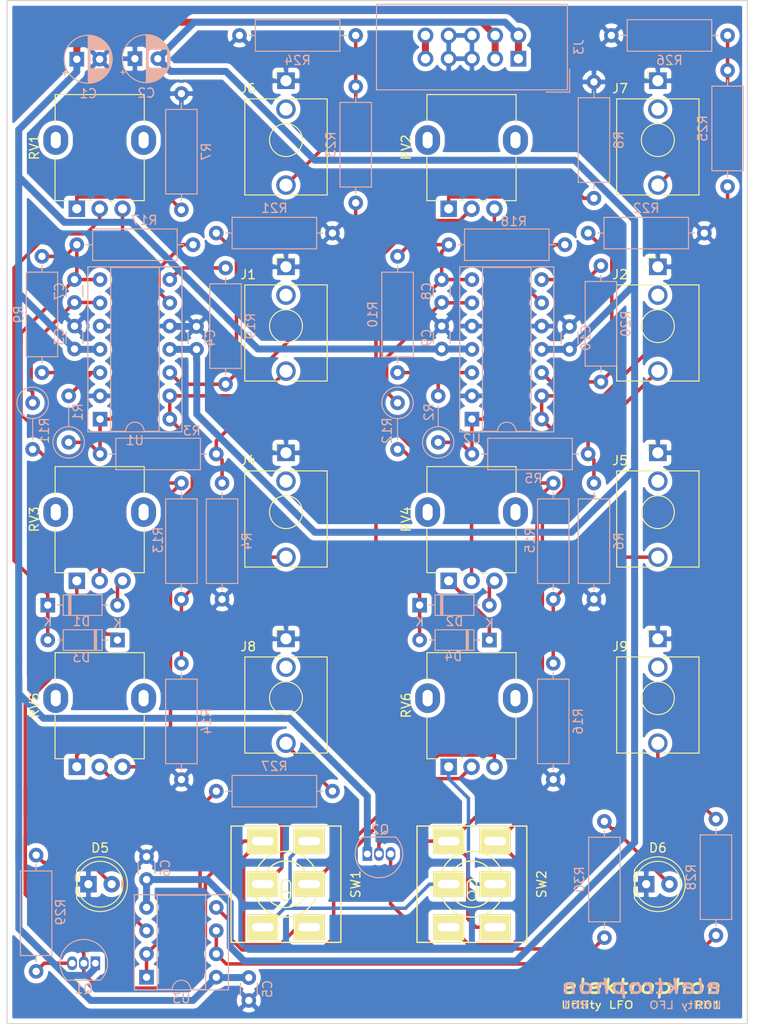
<source format=kicad_pcb>
(kicad_pcb (version 20171130) (host pcbnew "(5.1.4)-1")
  (title_block (title "Utility LFO") (date 2019-10-20) (rev 01) (comment 1 "Original design by Ken Stone") (comment 2 "Schema for main circuit") (comment 4 "License CC BY 4.0 - Attribution 4.0 International"))
  (layers (0 F.Cu signal) (31 B.Cu signal) (34 B.Paste user) (35 F.Paste user) (36 B.SilkS user) (37 F.SilkS user) (38 B.Mask user) (39 F.Mask user) (44 Edge.Cuts user))
  (net 0 "")
  (net 1 GND)
  (net 2 +15V)
  (net 3 -15V)
  (net 4 "Net-(C7-Pad2)")
  (net 5 "Net-(C8-Pad2)")
  (net 6 "Net-(D1-Pad2)")
  (net 7 "Net-(D1-Pad1)")
  (net 8 "Net-(D2-Pad2)")
  (net 9 "Net-(D2-Pad1)")
  (net 10 "Net-(D3-Pad1)")
  (net 11 "Net-(D4-Pad1)")
  (net 12 "Net-(D5-Pad2)")
  (net 13 "Net-(D6-Pad2)")
  (net 14 "Net-(J1-PadTN)")
  (net 15 "Net-(J2-PadTN)")
  (net 16 "Net-(J4-PadTN)")
  (net 17 "Net-(J5-PadTN)")
  (net 18 "Net-(J5-PadT)")
  (net 19 "Net-(J6-PadTN)")
  (net 20 "Net-(J7-PadTN)")
  (net 21 "Net-(J7-PadT)")
  (net 22 "Net-(J8-PadTN)")
  (net 23 "Net-(J9-PadTN)")
  (net 24 "Net-(J9-PadT)")
  (net 25 "Net-(Q1-Pad3)")
  (net 26 "Net-(Q2-Pad3)")
  (net 27 "Net-(R1-Pad2)")
  (net 28 "Net-(R10-Pad2)")
  (net 29 "Net-(R7-Pad1)")
  (net 30 "Net-(R8-Pad1)")
  (net 31 "Net-(R17-Pad1)")
  (net 32 "Net-(R18-Pad1)")
  (net 33 "Net-(R19-Pad2)")
  (net 34 "Net-(R19-Pad1)")
  (net 35 "Net-(R20-Pad2)")
  (net 36 "Net-(R20-Pad1)")
  (net 37 "Net-(R27-Pad2)")
  (net 38 "Net-(R28-Pad2)")
  (net 39 "Net-(RV6-Pad2)")
  (net 40 "Net-(SW1-Pad3)")
  (net 41 +5V)
  (net 42 "Net-(J1-PadT)")
  (net 43 "Net-(J2-PadT)")
  (net 44 "Net-(J4-PadT)")
  (net 45 "Net-(J6-PadT)")
  (net 46 "Net-(J8-PadT)")
  (net 47 "Net-(R1-Pad1)")
  (net 48 "Net-(R2-Pad1)")
  (net 49 "Net-(R11-Pad2)")
  (net 50 "Net-(R12-Pad2)")
  (net 51 "Net-(R23-Pad2)")
  (net 52 "Net-(RV5-Pad2)")
  (net 53 /VARI1_b)
  (net 54 /VARI1_a)
  (net 55 /VARI2_b)
  (net 56 /VARI2_c)
  (net 57 /VARI2_a)
  (net 58 /VARI2_d)
  (module Capacitor_THT:CP_Radial_D5.0mm_P2.50mm (layer B.Cu) (at 64.77 57.15)
    (fp_text reference C2 (at 1.25 3.75) (layer B.SilkS) (effects (justify mirror)))
    (fp_text value 10u)
    (pad 2 thru_hole circle (at 2.5 0) (size 1.6 1.6) (drill 0.8) (layers *.Cu *.Mask) (net 3 -15V))
    (pad 1 thru_hole rect (at 0 0) (size 1.6 1.6) (drill 0.8) (layers *.Cu *.Mask) (net 1 GND))
  )
  (module Capacitor_THT:CP_Radial_D5.0mm_P2.50mm (layer B.Cu) (at 58.42 57.21)
    (fp_text reference C1 (at 1.25 3.75) (layer B.SilkS) (effects (justify mirror)))
    (fp_text value 10u)
    (pad 2 thru_hole circle (at 2.5 0) (size 1.6 1.6) (drill 0.8) (layers *.Cu *.Mask) (net 1 GND))
    (pad 1 thru_hole rect (at 0 0) (size 1.6 1.6) (drill 0.8) (layers *.Cu *.Mask) (net 2 +15V))
  )
  (module Package_DIP:DIP-8_W7.62mm_Socket (layer B.Cu) (at 66.04 157.48)
    (fp_text reference U3 (at 3.81 2.33) (layer B.SilkS) (effects (justify mirror)))
    (fp_text value TL072)
    (pad 8 thru_hole oval (at 7.62 0) (size 1.6 1.6) (drill 0.8) (layers *.Cu *.Mask) (net 2 +15V))
    (pad 4 thru_hole oval (at 0 -7.62) (size 1.6 1.6) (drill 0.8) (layers *.Cu *.Mask) (net 3 -15V))
    (pad 7 thru_hole oval (at 7.62 -2.54) (size 1.6 1.6) (drill 0.8) (layers *.Cu *.Mask) (net 38 "Net-(R28-Pad2)"))
    (pad 3 thru_hole oval (at 0 -5.08) (size 1.6 1.6) (drill 0.8) (layers *.Cu *.Mask) (net 52 "Net-(RV5-Pad2)"))
    (pad 6 thru_hole oval (at 7.62 -5.08) (size 1.6 1.6) (drill 0.8) (layers *.Cu *.Mask) (net 38 "Net-(R28-Pad2)"))
    (pad 2 thru_hole oval (at 0 -2.54) (size 1.6 1.6) (drill 0.8) (layers *.Cu *.Mask) (net 37 "Net-(R27-Pad2)"))
    (pad 5 thru_hole oval (at 7.62 -7.62) (size 1.6 1.6) (drill 0.8) (layers *.Cu *.Mask) (net 39 "Net-(RV6-Pad2)"))
    (pad 1 thru_hole rect (at 0 0) (size 1.6 1.6) (drill 0.8) (layers *.Cu *.Mask) (net 37 "Net-(R27-Pad2)"))
  )
  (module Package_DIP:DIP-14_W7.62mm_Socket (layer B.Cu) (at 101.6 96.52)
    (fp_text reference U2 (at 0 2.159) (layer B.SilkS) (effects (justify mirror)))
    (fp_text value TL074)
    (pad 14 thru_hole oval (at 7.62 0) (size 1.6 1.6) (drill 0.8) (layers *.Cu *.Mask) (net 56 /VARI2_c))
    (pad 7 thru_hole oval (at 0 -15.24) (size 1.6 1.6) (drill 0.8) (layers *.Cu *.Mask) (net 55 /VARI2_b))
    (pad 13 thru_hole oval (at 7.62 -2.54) (size 1.6 1.6) (drill 0.8) (layers *.Cu *.Mask) (net 56 /VARI2_c))
    (pad 6 thru_hole oval (at 0 -12.7) (size 1.6 1.6) (drill 0.8) (layers *.Cu *.Mask) (net 5 "Net-(C8-Pad2)"))
    (pad 12 thru_hole oval (at 7.62 -5.08) (size 1.6 1.6) (drill 0.8) (layers *.Cu *.Mask) (net 36 "Net-(R20-Pad1)"))
    (pad 5 thru_hole oval (at 0 -10.16) (size 1.6 1.6) (drill 0.8) (layers *.Cu *.Mask) (net 1 GND))
    (pad 11 thru_hole oval (at 7.62 -7.62) (size 1.6 1.6) (drill 0.8) (layers *.Cu *.Mask) (net 3 -15V))
    (pad 4 thru_hole oval (at 0 -7.62) (size 1.6 1.6) (drill 0.8) (layers *.Cu *.Mask) (net 2 +15V))
    (pad 10 thru_hole oval (at 7.62 -10.16) (size 1.6 1.6) (drill 0.8) (layers *.Cu *.Mask) (net 1 GND))
    (pad 3 thru_hole oval (at 0 -5.08) (size 1.6 1.6) (drill 0.8) (layers *.Cu *.Mask) (net 28 "Net-(R10-Pad2)"))
    (pad 9 thru_hole oval (at 7.62 -12.7) (size 1.6 1.6) (drill 0.8) (layers *.Cu *.Mask) (net 32 "Net-(R18-Pad1)"))
    (pad 2 thru_hole oval (at 0 -2.54) (size 1.6 1.6) (drill 0.8) (layers *.Cu *.Mask) (net 1 GND))
    (pad 8 thru_hole oval (at 7.62 -15.24) (size 1.6 1.6) (drill 0.8) (layers *.Cu *.Mask) (net 35 "Net-(R20-Pad2)"))
    (pad 1 thru_hole rect (at 0 0) (size 1.6 1.6) (drill 0.8) (layers *.Cu *.Mask) (net 48 "Net-(R2-Pad1)"))
  )
  (module Package_DIP:DIP-14_W7.62mm_Socket (layer B.Cu) (at 60.96 96.52)
    (fp_text reference U1 (at 3.81 2.33) (layer B.SilkS) (effects (justify mirror)))
    (fp_text value TL074)
    (pad 14 thru_hole oval (at 7.62 0) (size 1.6 1.6) (drill 0.8) (layers *.Cu *.Mask) (net 51 "Net-(R23-Pad2)"))
    (pad 7 thru_hole oval (at 0 -15.24) (size 1.6 1.6) (drill 0.8) (layers *.Cu *.Mask) (net 53 /VARI1_b))
    (pad 13 thru_hole oval (at 7.62 -2.54) (size 1.6 1.6) (drill 0.8) (layers *.Cu *.Mask) (net 51 "Net-(R23-Pad2)"))
    (pad 6 thru_hole oval (at 0 -12.7) (size 1.6 1.6) (drill 0.8) (layers *.Cu *.Mask) (net 4 "Net-(C7-Pad2)"))
    (pad 12 thru_hole oval (at 7.62 -5.08) (size 1.6 1.6) (drill 0.8) (layers *.Cu *.Mask) (net 34 "Net-(R19-Pad1)"))
    (pad 5 thru_hole oval (at 0 -10.16) (size 1.6 1.6) (drill 0.8) (layers *.Cu *.Mask) (net 1 GND))
    (pad 11 thru_hole oval (at 7.62 -7.62) (size 1.6 1.6) (drill 0.8) (layers *.Cu *.Mask) (net 3 -15V))
    (pad 4 thru_hole oval (at 0 -7.62) (size 1.6 1.6) (drill 0.8) (layers *.Cu *.Mask) (net 2 +15V))
    (pad 10 thru_hole oval (at 7.62 -10.16) (size 1.6 1.6) (drill 0.8) (layers *.Cu *.Mask) (net 1 GND))
    (pad 3 thru_hole oval (at 0 -5.08) (size 1.6 1.6) (drill 0.8) (layers *.Cu *.Mask) (net 27 "Net-(R1-Pad2)"))
    (pad 9 thru_hole oval (at 7.62 -12.7) (size 1.6 1.6) (drill 0.8) (layers *.Cu *.Mask) (net 31 "Net-(R17-Pad1)"))
    (pad 2 thru_hole oval (at 0 -2.54) (size 1.6 1.6) (drill 0.8) (layers *.Cu *.Mask) (net 1 GND))
    (pad 8 thru_hole oval (at 7.62 -15.24) (size 1.6 1.6) (drill 0.8) (layers *.Cu *.Mask) (net 33 "Net-(R19-Pad2)"))
    (pad 1 thru_hole rect (at 0 0) (size 1.6 1.6) (drill 0.8) (layers *.Cu *.Mask) (net 47 "Net-(R1-Pad1)"))
  )
  (module "elektrophon:elektrophon logo" (layer F.Cu) (at 120.142 159.512)
    (fp_text reference REF** hide)
    (fp_text value "elektrophon logo" hide)
    (fp_text user "Utility LFO" (at 8.84 1.02) (layer B.SilkS) (effects (font (size 0.8 1)) (justify left mirror)))
    (fp_text user R01 (at -8.83 1) (layer B.SilkS) (effects (font (size 0.8 1)) (justify right mirror)))
    (fp_text user elektrophon (at 0 -1.016) (layer B.SilkS) (effects (font (size 1.5 2) (thickness 0.3) italic) (justify mirror)))
    (fp_text user R01 (at 8.8 1.02) (layer F.SilkS) (effects (font (size 0.8 1)) (justify right)))
    (fp_text user "Utility LFO" (at -8.88 1) (layer F.SilkS) (effects (font (size 0.8 1)) (justify left)))
    (fp_text user elektrophon (at 0 -1.016) (layer F.SilkS) (effects (font (size 1.5 2) (thickness 0.3) italic)))
  )
  (module elektrophon:Tumbler_SW_x2 (layer F.Cu) (at 101.6 147.32 90)
    (fp_text reference SW2 (at 0 7.62 90) (layer F.SilkS))
    (fp_text value SW_DPDT_x2)
    (pad 1 thru_hole rect (at -4.7 2.54 90) (size 2.8 3.4) (drill oval 0.9 2.4) (layers *.Cu *.Mask F.SilkS) (net 55 /VARI2_b))
    (pad 2 thru_hole rect (at 0 2.54 90) (size 2.8 3.4) (drill oval 0.9 2.4) (layers *.Cu *.Mask F.SilkS) (net 58 /VARI2_d))
    (pad 3 thru_hole rect (at 4.7 2.54 90) (size 2.8 3.4) (drill oval 0.9 2.4) (layers *.Cu *.Mask F.SilkS) (net 56 /VARI2_c))
    (pad 4 thru_hole rect (at -4.7 -2.54 90) (size 2.8 3.4) (drill oval 0.9 2.4) (layers *.Cu *.Mask F.SilkS) (net 56 /VARI2_c))
    (pad 5 thru_hole rect (at 0 -2.54 90) (size 2.8 3.4) (drill oval 0.9 2.4) (layers *.Cu *.Mask F.SilkS) (net 40 "Net-(SW1-Pad3)"))
    (pad 6 thru_hole rect (at 4.7 -2.54 90) (size 2.8 3.4) (drill oval 0.9 2.4) (layers *.Cu *.Mask F.SilkS) (net 55 /VARI2_b))
  )
  (module elektrophon:Tumbler_SW_x2 (layer F.Cu) (at 81.28 147.32 90)
    (fp_text reference SW1 (at 0 7.62 90) (layer F.SilkS))
    (fp_text value SW_DPDT_x2)
    (pad 1 thru_hole rect (at -4.7 2.54 90) (size 2.8 3.4) (drill oval 0.9 2.4) (layers *.Cu *.Mask F.SilkS) (net 53 /VARI1_b))
    (pad 2 thru_hole rect (at 0 2.54 90) (size 2.8 3.4) (drill oval 0.9 2.4) (layers *.Cu *.Mask F.SilkS) (net 57 /VARI2_a))
    (pad 3 thru_hole rect (at 4.7 2.54 90) (size 2.8 3.4) (drill oval 0.9 2.4) (layers *.Cu *.Mask F.SilkS) (net 40 "Net-(SW1-Pad3)"))
    (pad 4 thru_hole rect (at -4.7 -2.54 90) (size 2.8 3.4) (drill oval 0.9 2.4) (layers *.Cu *.Mask F.SilkS) (net 40 "Net-(SW1-Pad3)"))
    (pad 5 thru_hole rect (at 0 -2.54 90) (size 2.8 3.4) (drill oval 0.9 2.4) (layers *.Cu *.Mask F.SilkS) (net 54 /VARI1_a))
    (pad 6 thru_hole rect (at 4.7 -2.54 90) (size 2.8 3.4) (drill oval 0.9 2.4) (layers *.Cu *.Mask F.SilkS) (net 53 /VARI1_b))
  )
  (module Capacitor_THT:C_Disc_D3.0mm_W1.6mm_P2.50mm (layer B.Cu) (at 112.268 88.9 90)
    (fp_text reference C10 (at 1.27 1.778 270) (layer B.SilkS) (effects (justify mirror)))
    (fp_text value 100n)
    (pad 2 thru_hole circle (at 2.5 0 90) (size 1.6 1.6) (drill 0.8) (layers *.Cu *.Mask) (net 1 GND))
    (pad 1 thru_hole circle (at 0 0 90) (size 1.6 1.6) (drill 0.8) (layers *.Cu *.Mask) (net 3 -15V))
  )
  (module Capacitor_THT:C_Disc_D3.0mm_W1.6mm_P2.50mm (layer B.Cu) (at 98.298 86.36 270)
    (fp_text reference C9 (at 1.27 1.651 270) (layer B.SilkS) (effects (justify mirror)))
    (fp_text value 100n)
    (pad 2 thru_hole circle (at 2.5 0 270) (size 1.6 1.6) (drill 0.8) (layers *.Cu *.Mask) (net 2 +15V))
    (pad 1 thru_hole circle (at 0 0 270) (size 1.6 1.6) (drill 0.8) (layers *.Cu *.Mask) (net 1 GND))
  )
  (module Resistor_THT:R_Axial_DIN0309_L9.0mm_D3.2mm_P5.08mm_Vertical (layer B.Cu) (at 93.472 94.742 270)
    (fp_text reference R12 (at 3.048 1.143 90) (layer B.SilkS) (effects (justify mirror)))
    (fp_text value 10k)
    (pad 2 thru_hole oval (at 5.08 0 270) (size 1.6 1.6) (drill 0.8) (layers *.Cu *.Mask) (net 50 "Net-(R12-Pad2)"))
    (pad 1 thru_hole circle (at 0 0 270) (size 1.6 1.6) (drill 0.8) (layers *.Cu *.Mask) (net 5 "Net-(C8-Pad2)"))
  )
  (module Resistor_THT:R_Axial_DIN0309_L9.0mm_D3.2mm_P5.08mm_Vertical (layer B.Cu) (at 97.917 99.06 90)
    (fp_text reference R2 (at 3.302 -1.016 90) (layer B.SilkS) (effects (justify mirror)))
    (fp_text value 150k)
    (pad 2 thru_hole oval (at 5.08 0 90) (size 1.6 1.6) (drill 0.8) (layers *.Cu *.Mask) (net 28 "Net-(R10-Pad2)"))
    (pad 1 thru_hole circle (at 0 0 90) (size 1.6 1.6) (drill 0.8) (layers *.Cu *.Mask) (net 48 "Net-(R2-Pad1)"))
  )
  (module Resistor_THT:R_Axial_DIN0309_L9.0mm_D3.2mm_P5.08mm_Vertical (layer B.Cu) (at 53.594 94.742 270)
    (fp_text reference R11 (at 3.048 -1.27 90) (layer B.SilkS) (effects (justify mirror)))
    (fp_text value 10k)
    (pad 2 thru_hole oval (at 5.08 0 270) (size 1.6 1.6) (drill 0.8) (layers *.Cu *.Mask) (net 49 "Net-(R11-Pad2)"))
    (pad 1 thru_hole circle (at 0 0 270) (size 1.6 1.6) (drill 0.8) (layers *.Cu *.Mask) (net 4 "Net-(C7-Pad2)"))
  )
  (module Resistor_THT:R_Axial_DIN0309_L9.0mm_D3.2mm_P5.08mm_Vertical (layer B.Cu) (at 57.531 99.06 90)
    (fp_text reference R1 (at 3.302 1.016 90) (layer B.SilkS) (effects (justify mirror)))
    (fp_text value 150k)
    (pad 2 thru_hole oval (at 5.08 0 90) (size 1.6 1.6) (drill 0.8) (layers *.Cu *.Mask) (net 27 "Net-(R1-Pad2)"))
    (pad 1 thru_hole circle (at 0 0 90) (size 1.6 1.6) (drill 0.8) (layers *.Cu *.Mask) (net 47 "Net-(R1-Pad1)"))
  )
  (module Connector_IDC:IDC-Header_2x05_P2.54mm_Vertical (layer B.Cu) (at 106.68 57.15 90)
    (fp_text reference J3 (at 1.27 6.604 270) (layer B.SilkS) (effects (justify mirror)))
    (fp_text value "IDC Header")
    (pad 10 thru_hole oval (at 2.54 -10.16 90) (size 1.7272 1.7272) (drill 1.016) (layers *.Cu *.Mask) (net 41 +5V))
    (pad 9 thru_hole oval (at 0 -10.16 90) (size 1.7272 1.7272) (drill 1.016) (layers *.Cu *.Mask) (net 41 +5V))
    (pad 8 thru_hole oval (at 2.54 -7.62 90) (size 1.7272 1.7272) (drill 1.016) (layers *.Cu *.Mask) (net 1 GND))
    (pad 7 thru_hole oval (at 0 -7.62 90) (size 1.7272 1.7272) (drill 1.016) (layers *.Cu *.Mask) (net 1 GND))
    (pad 6 thru_hole oval (at 2.54 -5.08 90) (size 1.7272 1.7272) (drill 1.016) (layers *.Cu *.Mask) (net 1 GND))
    (pad 5 thru_hole oval (at 0 -5.08 90) (size 1.7272 1.7272) (drill 1.016) (layers *.Cu *.Mask) (net 1 GND))
    (pad 4 thru_hole oval (at 2.54 -2.54 90) (size 1.7272 1.7272) (drill 1.016) (layers *.Cu *.Mask) (net 2 +15V))
    (pad 3 thru_hole oval (at 0 -2.54 90) (size 1.7272 1.7272) (drill 1.016) (layers *.Cu *.Mask) (net 2 +15V))
    (pad 2 thru_hole oval (at 2.54 0 90) (size 1.7272 1.7272) (drill 1.016) (layers *.Cu *.Mask) (net 3 -15V))
    (pad 1 thru_hole rect (at 0 0 90) (size 1.7272 1.7272) (drill 1.016) (layers *.Cu *.Mask) (net 3 -15V))
  )
  (module LED_THT:LED_D5.0mm (layer F.Cu) (at 120.65 147.32)
    (fp_text reference D6 (at 1.27 -3.96) (layer F.SilkS))
    (fp_text value LED)
    (pad 2 thru_hole circle (at 2.54 0) (size 1.8 1.8) (drill 0.9) (layers *.Cu *.Mask) (net 13 "Net-(D6-Pad2)"))
    (pad 1 thru_hole rect (at 0 0) (size 1.8 1.8) (drill 0.9) (layers *.Cu *.Mask) (net 1 GND))
  )
  (module LED_THT:LED_D5.0mm (layer F.Cu) (at 59.69 147.32)
    (fp_text reference D5 (at 1.27 -3.96) (layer F.SilkS))
    (fp_text value LED)
    (pad 2 thru_hole circle (at 2.54 0) (size 1.8 1.8) (drill 0.9) (layers *.Cu *.Mask) (net 12 "Net-(D5-Pad2)"))
    (pad 1 thru_hole rect (at 0 0) (size 1.8 1.8) (drill 0.9) (layers *.Cu *.Mask) (net 1 GND))
  )
  (module Diode_THT:D_DO-35_SOD27_P7.62mm_Horizontal (layer B.Cu) (at 103.505 120.65 180)
    (fp_text reference D4 (at 3.937 -1.778) (layer B.SilkS) (effects (justify mirror)))
    (fp_text value D)
    (fp_text user K (at 0 1.8) (layer B.SilkS) (effects (justify mirror)))
    (pad 2 thru_hole oval (at 7.62 0 180) (size 1.6 1.6) (drill 0.8) (layers *.Cu *.Mask) (net 9 "Net-(D2-Pad1)"))
    (pad 1 thru_hole rect (at 0 0 180) (size 1.6 1.6) (drill 0.8) (layers *.Cu *.Mask) (net 11 "Net-(D4-Pad1)"))
  )
  (module Diode_THT:D_DO-35_SOD27_P7.62mm_Horizontal (layer B.Cu) (at 62.865 120.65 180)
    (fp_text reference D3 (at 3.937 -1.905) (layer B.SilkS) (effects (justify mirror)))
    (fp_text value D)
    (fp_text user K (at 0 1.8) (layer B.SilkS) (effects (justify mirror)))
    (pad 2 thru_hole oval (at 7.62 0 180) (size 1.6 1.6) (drill 0.8) (layers *.Cu *.Mask) (net 7 "Net-(D1-Pad1)"))
    (pad 1 thru_hole rect (at 0 0 180) (size 1.6 1.6) (drill 0.8) (layers *.Cu *.Mask) (net 10 "Net-(D3-Pad1)"))
  )
  (module Diode_THT:D_DO-35_SOD27_P7.62mm_Horizontal (layer B.Cu) (at 95.885 116.84)
    (fp_text reference D2 (at 3.81 1.778) (layer B.SilkS) (effects (justify mirror)))
    (fp_text value D)
    (fp_text user K (at 0 1.8) (layer B.SilkS) (effects (justify mirror)))
    (pad 2 thru_hole oval (at 7.62 0) (size 1.6 1.6) (drill 0.8) (layers *.Cu *.Mask) (net 8 "Net-(D2-Pad2)"))
    (pad 1 thru_hole rect (at 0 0) (size 1.6 1.6) (drill 0.8) (layers *.Cu *.Mask) (net 9 "Net-(D2-Pad1)"))
  )
  (module Diode_THT:D_DO-35_SOD27_P7.62mm_Horizontal (layer B.Cu) (at 55.245 116.84)
    (fp_text reference D1 (at 3.683 1.778) (layer B.SilkS) (effects (justify mirror)))
    (fp_text value D)
    (fp_text user K (at 0 1.8) (layer B.SilkS) (effects (justify mirror)))
    (pad 2 thru_hole oval (at 7.62 0) (size 1.6 1.6) (drill 0.8) (layers *.Cu *.Mask) (net 6 "Net-(D1-Pad2)"))
    (pad 1 thru_hole rect (at 0 0) (size 1.6 1.6) (drill 0.8) (layers *.Cu *.Mask) (net 7 "Net-(D1-Pad1)"))
  )
  (module elektrophon:Potentiometer_Alpha_RD901F-40-00D_Single_Vertical (layer F.Cu) (at 101.6 127 90)
    (fp_text reference RV6 (at -0.79 -7.18 270) (layer F.SilkS))
    (fp_text value 100k)
    (pad "" thru_hole oval (at 0 -4.84 180) (size 2.72 3.24) (drill oval 1.1 1.8) (layers *.Cu *.Mask))
    (pad "" thru_hole oval (at 0 4.76 180) (size 2.72 3.24) (drill oval 1.1 1.8) (layers *.Cu *.Mask))
    (pad 3 thru_hole circle (at -7.5 2.46 180) (size 1.8 1.8) (drill 1) (layers *.Cu *.Mask) (net 57 /VARI2_a))
    (pad 2 thru_hole circle (at -7.5 -0.04 180) (size 1.8 1.8) (drill 1) (layers *.Cu *.Mask) (net 39 "Net-(RV6-Pad2)"))
    (pad 1 thru_hole rect (at -7.5 -2.54 180) (size 1.8 1.8) (drill 1) (layers *.Cu *.Mask) (net 58 /VARI2_d))
  )
  (module elektrophon:Potentiometer_Alpha_RD901F-40-00D_Single_Vertical (layer F.Cu) (at 60.96 127 90)
    (fp_text reference RV5 (at -0.79 -7.18 270) (layer F.SilkS))
    (fp_text value 100k)
    (pad "" thru_hole oval (at 0 -4.84 180) (size 2.72 3.24) (drill oval 1.1 1.8) (layers *.Cu *.Mask))
    (pad "" thru_hole oval (at 0 4.76 180) (size 2.72 3.24) (drill oval 1.1 1.8) (layers *.Cu *.Mask))
    (pad 3 thru_hole circle (at -7.5 2.46 180) (size 1.8 1.8) (drill 1) (layers *.Cu *.Mask) (net 54 /VARI1_a))
    (pad 2 thru_hole circle (at -7.5 -0.04 180) (size 1.8 1.8) (drill 1) (layers *.Cu *.Mask) (net 52 "Net-(RV5-Pad2)"))
    (pad 1 thru_hole rect (at -7.5 -2.54 180) (size 1.8 1.8) (drill 1) (layers *.Cu *.Mask) (net 51 "Net-(R23-Pad2)"))
  )
  (module elektrophon:Potentiometer_Alpha_RD901F-40-00D_Single_Vertical (layer F.Cu) (at 101.6 106.68 90)
    (fp_text reference RV4 (at -0.79 -7.18 270) (layer F.SilkS))
    (fp_text value 500k)
    (pad "" thru_hole oval (at 0 -4.84 180) (size 2.72 3.24) (drill oval 1.1 1.8) (layers *.Cu *.Mask))
    (pad "" thru_hole oval (at 0 4.76 180) (size 2.72 3.24) (drill oval 1.1 1.8) (layers *.Cu *.Mask))
    (pad 3 thru_hole circle (at -7.5 2.46 180) (size 1.8 1.8) (drill 1) (layers *.Cu *.Mask) (net 8 "Net-(D2-Pad2)"))
    (pad 2 thru_hole circle (at -7.5 -0.04 180) (size 1.8 1.8) (drill 1) (layers *.Cu *.Mask) (net 50 "Net-(R12-Pad2)"))
    (pad 1 thru_hole rect (at -7.5 -2.54 180) (size 1.8 1.8) (drill 1) (layers *.Cu *.Mask) (net 11 "Net-(D4-Pad1)"))
  )
  (module elektrophon:Potentiometer_Alpha_RD901F-40-00D_Single_Vertical (layer F.Cu) (at 60.96 106.68 90)
    (fp_text reference RV3 (at -0.79 -7.18 270) (layer F.SilkS))
    (fp_text value 500k)
    (pad "" thru_hole oval (at 0 -4.84 180) (size 2.72 3.24) (drill oval 1.1 1.8) (layers *.Cu *.Mask))
    (pad "" thru_hole oval (at 0 4.76 180) (size 2.72 3.24) (drill oval 1.1 1.8) (layers *.Cu *.Mask))
    (pad 3 thru_hole circle (at -7.5 2.46 180) (size 1.8 1.8) (drill 1) (layers *.Cu *.Mask) (net 6 "Net-(D1-Pad2)"))
    (pad 2 thru_hole circle (at -7.5 -0.04 180) (size 1.8 1.8) (drill 1) (layers *.Cu *.Mask) (net 49 "Net-(R11-Pad2)"))
    (pad 1 thru_hole rect (at -7.5 -2.54 180) (size 1.8 1.8) (drill 1) (layers *.Cu *.Mask) (net 10 "Net-(D3-Pad1)"))
  )
  (module elektrophon:Potentiometer_Alpha_RD901F-40-00D_Single_Vertical (layer F.Cu) (at 101.6 66.04 90)
    (fp_text reference RV2 (at -0.79 -7.18 270) (layer F.SilkS))
    (fp_text value 100k)
    (pad "" thru_hole oval (at 0 -4.84 180) (size 2.72 3.24) (drill oval 1.1 1.8) (layers *.Cu *.Mask))
    (pad "" thru_hole oval (at 0 4.76 180) (size 2.72 3.24) (drill oval 1.1 1.8) (layers *.Cu *.Mask))
    (pad 3 thru_hole circle (at -7.5 2.46 180) (size 1.8 1.8) (drill 1) (layers *.Cu *.Mask) (net 48 "Net-(R2-Pad1)"))
    (pad 2 thru_hole circle (at -7.5 -0.04 180) (size 1.8 1.8) (drill 1) (layers *.Cu *.Mask) (net 9 "Net-(D2-Pad1)"))
    (pad 1 thru_hole rect (at -7.5 -2.54 180) (size 1.8 1.8) (drill 1) (layers *.Cu *.Mask) (net 30 "Net-(R8-Pad1)"))
  )
  (module elektrophon:Potentiometer_Alpha_RD901F-40-00D_Single_Vertical (layer F.Cu) (at 60.96 66.04 90)
    (fp_text reference RV1 (at -0.79 -7.18 270) (layer F.SilkS))
    (fp_text value 100k)
    (pad "" thru_hole oval (at 0 -4.84 180) (size 2.72 3.24) (drill oval 1.1 1.8) (layers *.Cu *.Mask))
    (pad "" thru_hole oval (at 0 4.76 180) (size 2.72 3.24) (drill oval 1.1 1.8) (layers *.Cu *.Mask))
    (pad 3 thru_hole circle (at -7.5 2.46 180) (size 1.8 1.8) (drill 1) (layers *.Cu *.Mask) (net 47 "Net-(R1-Pad1)"))
    (pad 2 thru_hole circle (at -7.5 -0.04 180) (size 1.8 1.8) (drill 1) (layers *.Cu *.Mask) (net 7 "Net-(D1-Pad1)"))
    (pad 1 thru_hole rect (at -7.5 -2.54 180) (size 1.8 1.8) (drill 1) (layers *.Cu *.Mask) (net 29 "Net-(R7-Pad1)"))
  )
  (module Resistor_THT:R_Axial_DIN0309_L9.0mm_D3.2mm_P12.70mm_Horizontal (layer B.Cu) (at 116.078 140.462 270)
    (fp_text reference R30 (at 6.35 2.72 270) (layer B.SilkS) (effects (justify mirror)))
    (fp_text value 1k)
    (pad 2 thru_hole oval (at 12.7 0 270) (size 1.6 1.6) (drill 0.8) (layers *.Cu *.Mask) (net 26 "Net-(Q2-Pad3)"))
    (pad 1 thru_hole circle (at 0 0 270) (size 1.6 1.6) (drill 0.8) (layers *.Cu *.Mask) (net 13 "Net-(D6-Pad2)"))
  )
  (module Resistor_THT:R_Axial_DIN0309_L9.0mm_D3.2mm_P12.70mm_Horizontal (layer B.Cu) (at 53.975 144.145 270)
    (fp_text reference R29 (at 6.223 -2.667 270) (layer B.SilkS) (effects (justify mirror)))
    (fp_text value 1k)
    (pad 2 thru_hole oval (at 12.7 0 270) (size 1.6 1.6) (drill 0.8) (layers *.Cu *.Mask) (net 25 "Net-(Q1-Pad3)"))
    (pad 1 thru_hole circle (at 0 0 270) (size 1.6 1.6) (drill 0.8) (layers *.Cu *.Mask) (net 12 "Net-(D5-Pad2)"))
  )
  (module Resistor_THT:R_Axial_DIN0309_L9.0mm_D3.2mm_P12.70mm_Horizontal (layer B.Cu) (at 128.27 140.208 270)
    (fp_text reference R28 (at 6.35 2.72 90) (layer B.SilkS) (effects (justify mirror)))
    (fp_text value 1k)
    (pad 2 thru_hole oval (at 12.7 0 270) (size 1.6 1.6) (drill 0.8) (layers *.Cu *.Mask) (net 38 "Net-(R28-Pad2)"))
    (pad 1 thru_hole circle (at 0 0 270) (size 1.6 1.6) (drill 0.8) (layers *.Cu *.Mask) (net 24 "Net-(J9-PadT)"))
  )
  (module Resistor_THT:R_Axial_DIN0309_L9.0mm_D3.2mm_P12.70mm_Horizontal (layer B.Cu) (at 86.36 137.16 180)
    (fp_text reference R27 (at 6.35 2.72) (layer B.SilkS) (effects (justify mirror)))
    (fp_text value 1k)
    (pad 2 thru_hole oval (at 12.7 0 180) (size 1.6 1.6) (drill 0.8) (layers *.Cu *.Mask) (net 37 "Net-(R27-Pad2)"))
    (pad 1 thru_hole circle (at 0 0 180) (size 1.6 1.6) (drill 0.8) (layers *.Cu *.Mask) (net 46 "Net-(J8-PadT)"))
  )
  (module Resistor_THT:R_Axial_DIN0309_L9.0mm_D3.2mm_P12.70mm_Horizontal (layer B.Cu) (at 116.84 54.61)
    (fp_text reference R26 (at 6.35 2.72) (layer B.SilkS) (effects (justify mirror)))
    (fp_text value 1k)
    (pad 2 thru_hole oval (at 12.7 0) (size 1.6 1.6) (drill 0.8) (layers *.Cu *.Mask) (net 21 "Net-(J7-PadT)"))
    (pad 1 thru_hole circle (at 0 0) (size 1.6 1.6) (drill 0.8) (layers *.Cu *.Mask) (net 1 GND))
  )
  (module Resistor_THT:R_Axial_DIN0309_L9.0mm_D3.2mm_P12.70mm_Horizontal (layer B.Cu) (at 129.54 58.42 270)
    (fp_text reference R25 (at 6.35 2.72 270) (layer B.SilkS) (effects (justify mirror)))
    (fp_text value 1k)
    (pad 2 thru_hole oval (at 12.7 0 270) (size 1.6 1.6) (drill 0.8) (layers *.Cu *.Mask) (net 56 /VARI2_c))
    (pad 1 thru_hole circle (at 0 0 270) (size 1.6 1.6) (drill 0.8) (layers *.Cu *.Mask) (net 21 "Net-(J7-PadT)"))
  )
  (module Resistor_THT:R_Axial_DIN0309_L9.0mm_D3.2mm_P12.70mm_Horizontal (layer B.Cu) (at 76.2 54.61)
    (fp_text reference R24 (at 6.35 2.72) (layer B.SilkS) (effects (justify mirror)))
    (fp_text value 1k)
    (pad 2 thru_hole oval (at 12.7 0) (size 1.6 1.6) (drill 0.8) (layers *.Cu *.Mask) (net 45 "Net-(J6-PadT)"))
    (pad 1 thru_hole circle (at 0 0) (size 1.6 1.6) (drill 0.8) (layers *.Cu *.Mask) (net 1 GND))
  )
  (module Resistor_THT:R_Axial_DIN0309_L9.0mm_D3.2mm_P12.70mm_Horizontal (layer B.Cu) (at 88.9 60.198 270)
    (fp_text reference R23 (at 6.35 2.72 270) (layer B.SilkS) (effects (justify mirror)))
    (fp_text value 1k)
    (pad 2 thru_hole oval (at 12.7 0 270) (size 1.6 1.6) (drill 0.8) (layers *.Cu *.Mask) (net 51 "Net-(R23-Pad2)"))
    (pad 1 thru_hole circle (at 0 0 270) (size 1.6 1.6) (drill 0.8) (layers *.Cu *.Mask) (net 45 "Net-(J6-PadT)"))
  )
  (module Resistor_THT:R_Axial_DIN0309_L9.0mm_D3.2mm_P12.70mm_Horizontal (layer B.Cu) (at 127 76.2 180)
    (fp_text reference R22 (at 6.35 2.72) (layer B.SilkS) (effects (justify mirror)))
    (fp_text value 100k)
    (pad 2 thru_hole oval (at 12.7 0 180) (size 1.6 1.6) (drill 0.8) (layers *.Cu *.Mask) (net 36 "Net-(R20-Pad1)"))
    (pad 1 thru_hole circle (at 0 0 180) (size 1.6 1.6) (drill 0.8) (layers *.Cu *.Mask) (net 1 GND))
  )
  (module Resistor_THT:R_Axial_DIN0309_L9.0mm_D3.2mm_P12.70mm_Horizontal (layer B.Cu) (at 86.36 76.2 180)
    (fp_text reference R21 (at 6.35 2.72) (layer B.SilkS) (effects (justify mirror)))
    (fp_text value 100k)
    (pad 2 thru_hole oval (at 12.7 0 180) (size 1.6 1.6) (drill 0.8) (layers *.Cu *.Mask) (net 34 "Net-(R19-Pad1)"))
    (pad 1 thru_hole circle (at 0 0 180) (size 1.6 1.6) (drill 0.8) (layers *.Cu *.Mask) (net 1 GND))
  )
  (module Resistor_THT:R_Axial_DIN0309_L9.0mm_D3.2mm_P12.70mm_Horizontal (layer B.Cu) (at 115.697 92.456 90)
    (fp_text reference R20 (at 6.35 2.72 270) (layer B.SilkS) (effects (justify mirror)))
    (fp_text value 47k)
    (pad 2 thru_hole oval (at 12.7 0 90) (size 1.6 1.6) (drill 0.8) (layers *.Cu *.Mask) (net 35 "Net-(R20-Pad2)"))
    (pad 1 thru_hole circle (at 0 0 90) (size 1.6 1.6) (drill 0.8) (layers *.Cu *.Mask) (net 36 "Net-(R20-Pad1)"))
  )
  (module Resistor_THT:R_Axial_DIN0309_L9.0mm_D3.2mm_P12.70mm_Horizontal (layer B.Cu) (at 74.676 92.71 90)
    (fp_text reference R19 (at 6.35 2.72 270) (layer B.SilkS) (effects (justify mirror)))
    (fp_text value 47k)
    (pad 2 thru_hole oval (at 12.7 0 90) (size 1.6 1.6) (drill 0.8) (layers *.Cu *.Mask) (net 33 "Net-(R19-Pad2)"))
    (pad 1 thru_hole circle (at 0 0 90) (size 1.6 1.6) (drill 0.8) (layers *.Cu *.Mask) (net 34 "Net-(R19-Pad1)"))
  )
  (module Resistor_THT:R_Axial_DIN0309_L9.0mm_D3.2mm_P12.70mm_Horizontal (layer B.Cu) (at 111.76 77.47 180)
    (fp_text reference R18 (at 5.588 2.54) (layer B.SilkS) (effects (justify mirror)))
    (fp_text value 100k)
    (pad 2 thru_hole oval (at 12.7 0 180) (size 1.6 1.6) (drill 0.8) (layers *.Cu *.Mask) (net 55 /VARI2_b))
    (pad 1 thru_hole circle (at 0 0 180) (size 1.6 1.6) (drill 0.8) (layers *.Cu *.Mask) (net 32 "Net-(R18-Pad1)"))
  )
  (module Resistor_THT:R_Axial_DIN0309_L9.0mm_D3.2mm_P12.70mm_Horizontal (layer B.Cu) (at 71.12 77.47 180)
    (fp_text reference R17 (at 5.334 2.667) (layer B.SilkS) (effects (justify mirror)))
    (fp_text value 100k)
    (pad 2 thru_hole oval (at 12.7 0 180) (size 1.6 1.6) (drill 0.8) (layers *.Cu *.Mask) (net 53 /VARI1_b))
    (pad 1 thru_hole circle (at 0 0 180) (size 1.6 1.6) (drill 0.8) (layers *.Cu *.Mask) (net 31 "Net-(R17-Pad1)"))
  )
  (module Resistor_THT:R_Axial_DIN0309_L9.0mm_D3.2mm_P12.70mm_Horizontal (layer B.Cu) (at 110.49 135.89 90)
    (fp_text reference R16 (at 6.35 2.72 90) (layer B.SilkS) (effects (justify mirror)))
    (fp_text value 1k)
    (pad 2 thru_hole oval (at 12.7 0 90) (size 1.6 1.6) (drill 0.8) (layers *.Cu *.Mask) (net 18 "Net-(J5-PadT)"))
    (pad 1 thru_hole circle (at 0 0 90) (size 1.6 1.6) (drill 0.8) (layers *.Cu *.Mask) (net 1 GND))
  )
  (module Resistor_THT:R_Axial_DIN0309_L9.0mm_D3.2mm_P12.70mm_Horizontal (layer B.Cu) (at 110.49 116.205 90)
    (fp_text reference R15 (at 6.477 -2.54 90) (layer B.SilkS) (effects (justify mirror)))
    (fp_text value 1k)
    (pad 2 thru_hole oval (at 12.7 0 90) (size 1.6 1.6) (drill 0.8) (layers *.Cu *.Mask) (net 55 /VARI2_b))
    (pad 1 thru_hole circle (at 0 0 90) (size 1.6 1.6) (drill 0.8) (layers *.Cu *.Mask) (net 18 "Net-(J5-PadT)"))
  )
  (module Resistor_THT:R_Axial_DIN0309_L9.0mm_D3.2mm_P12.70mm_Horizontal (layer B.Cu) (at 69.85 135.89 90)
    (fp_text reference R14 (at 6.35 2.72 270) (layer B.SilkS) (effects (justify mirror)))
    (fp_text value 1k)
    (pad 2 thru_hole oval (at 12.7 0 90) (size 1.6 1.6) (drill 0.8) (layers *.Cu *.Mask) (net 44 "Net-(J4-PadT)"))
    (pad 1 thru_hole circle (at 0 0 90) (size 1.6 1.6) (drill 0.8) (layers *.Cu *.Mask) (net 1 GND))
  )
  (module Resistor_THT:R_Axial_DIN0309_L9.0mm_D3.2mm_P12.70mm_Horizontal (layer B.Cu) (at 69.85 116.205 90)
    (fp_text reference R13 (at 6.477 -2.54 270) (layer B.SilkS) (effects (justify mirror)))
    (fp_text value 1k)
    (pad 2 thru_hole oval (at 12.7 0 90) (size 1.6 1.6) (drill 0.8) (layers *.Cu *.Mask) (net 53 /VARI1_b))
    (pad 1 thru_hole circle (at 0 0 90) (size 1.6 1.6) (drill 0.8) (layers *.Cu *.Mask) (net 44 "Net-(J4-PadT)"))
  )
  (module Resistor_THT:R_Axial_DIN0309_L9.0mm_D3.2mm_P12.70mm_Horizontal (layer B.Cu) (at 93.472 78.74 270)
    (fp_text reference R10 (at 6.35 2.72 270) (layer B.SilkS) (effects (justify mirror)))
    (fp_text value 100k)
    (pad 2 thru_hole oval (at 12.7 0 270) (size 1.6 1.6) (drill 0.8) (layers *.Cu *.Mask) (net 28 "Net-(R10-Pad2)"))
    (pad 1 thru_hole circle (at 0 0 270) (size 1.6 1.6) (drill 0.8) (layers *.Cu *.Mask) (net 55 /VARI2_b))
  )
  (module Resistor_THT:R_Axial_DIN0309_L9.0mm_D3.2mm_P12.70mm_Horizontal (layer B.Cu) (at 54.61 78.74 270)
    (fp_text reference R9 (at 6.35 2.54 270) (layer B.SilkS) (effects (justify mirror)))
    (fp_text value 100k)
    (pad 2 thru_hole oval (at 12.7 0 270) (size 1.6 1.6) (drill 0.8) (layers *.Cu *.Mask) (net 27 "Net-(R1-Pad2)"))
    (pad 1 thru_hole circle (at 0 0 270) (size 1.6 1.6) (drill 0.8) (layers *.Cu *.Mask) (net 53 /VARI1_b))
  )
  (module Resistor_THT:R_Axial_DIN0309_L9.0mm_D3.2mm_P12.70mm_Horizontal (layer B.Cu) (at 114.935 72.39 90)
    (fp_text reference R8 (at 6.35 2.72 270) (layer B.SilkS) (effects (justify mirror)))
    (fp_text value 4k7)
    (pad 2 thru_hole oval (at 12.7 0 90) (size 1.6 1.6) (drill 0.8) (layers *.Cu *.Mask) (net 1 GND))
    (pad 1 thru_hole circle (at 0 0 90) (size 1.6 1.6) (drill 0.8) (layers *.Cu *.Mask) (net 30 "Net-(R8-Pad1)"))
  )
  (module Resistor_THT:R_Axial_DIN0309_L9.0mm_D3.2mm_P12.70mm_Horizontal (layer B.Cu) (at 69.85 73.66 90)
    (fp_text reference R7 (at 6.35 2.72 270) (layer B.SilkS) (effects (justify mirror)))
    (fp_text value 4k7)
    (pad 2 thru_hole oval (at 12.7 0 90) (size 1.6 1.6) (drill 0.8) (layers *.Cu *.Mask) (net 1 GND))
    (pad 1 thru_hole circle (at 0 0 90) (size 1.6 1.6) (drill 0.8) (layers *.Cu *.Mask) (net 29 "Net-(R7-Pad1)"))
  )
  (module Resistor_THT:R_Axial_DIN0309_L9.0mm_D3.2mm_P12.70mm_Horizontal (layer B.Cu) (at 114.935 116.205 90)
    (fp_text reference R6 (at 6.35 2.72 270) (layer B.SilkS) (effects (justify mirror)))
    (fp_text value 1k)
    (pad 2 thru_hole oval (at 12.7 0 90) (size 1.6 1.6) (drill 0.8) (layers *.Cu *.Mask) (net 43 "Net-(J2-PadT)"))
    (pad 1 thru_hole circle (at 0 0 90) (size 1.6 1.6) (drill 0.8) (layers *.Cu *.Mask) (net 1 GND))
  )
  (module Resistor_THT:R_Axial_DIN0309_L9.0mm_D3.2mm_P12.70mm_Horizontal (layer B.Cu) (at 114.3 100.33 180)
    (fp_text reference R5 (at 5.969 -2.667) (layer B.SilkS) (effects (justify mirror)))
    (fp_text value 2k2)
    (pad 2 thru_hole oval (at 12.7 0 180) (size 1.6 1.6) (drill 0.8) (layers *.Cu *.Mask) (net 48 "Net-(R2-Pad1)"))
    (pad 1 thru_hole circle (at 0 0 180) (size 1.6 1.6) (drill 0.8) (layers *.Cu *.Mask) (net 43 "Net-(J2-PadT)"))
  )
  (module Resistor_THT:R_Axial_DIN0309_L9.0mm_D3.2mm_P12.70mm_Horizontal (layer B.Cu) (at 74.295 116.205 90)
    (fp_text reference R4 (at 6.35 2.72 270) (layer B.SilkS) (effects (justify mirror)))
    (fp_text value 1k)
    (pad 2 thru_hole oval (at 12.7 0 90) (size 1.6 1.6) (drill 0.8) (layers *.Cu *.Mask) (net 42 "Net-(J1-PadT)"))
    (pad 1 thru_hole circle (at 0 0 90) (size 1.6 1.6) (drill 0.8) (layers *.Cu *.Mask) (net 1 GND))
  )
  (module Resistor_THT:R_Axial_DIN0309_L9.0mm_D3.2mm_P12.70mm_Horizontal (layer B.Cu) (at 73.66 100.33 180)
    (fp_text reference R3 (at 2.667 2.54) (layer B.SilkS) (effects (justify mirror)))
    (fp_text value 2k2)
    (pad 2 thru_hole oval (at 12.7 0 180) (size 1.6 1.6) (drill 0.8) (layers *.Cu *.Mask) (net 47 "Net-(R1-Pad1)"))
    (pad 1 thru_hole circle (at 0 0 180) (size 1.6 1.6) (drill 0.8) (layers *.Cu *.Mask) (net 42 "Net-(J1-PadT)"))
  )
  (module Package_TO_SOT_THT:TO-92_Inline (layer B.Cu) (at 90.17 144.018)
    (fp_text reference Q2 (at 1.397 -2.667) (layer B.SilkS) (effects (justify mirror)))
    (fp_text value BC547)
    (pad 1 thru_hole rect (at 0 0) (size 1.05 1.5) (drill 0.75) (layers *.Cu *.Mask) (net 2 +15V))
    (pad 3 thru_hole oval (at 2.54 0) (size 1.05 1.5) (drill 0.75) (layers *.Cu *.Mask) (net 26 "Net-(Q2-Pad3)"))
    (pad 2 thru_hole oval (at 1.27 0) (size 1.05 1.5) (drill 0.75) (layers *.Cu *.Mask) (net 55 /VARI2_b))
  )
  (module Package_TO_SOT_THT:TO-92_Inline (layer B.Cu) (at 60.452 155.956 180)
    (fp_text reference Q1 (at 1.27 -2.794) (layer B.SilkS) (effects (justify mirror)))
    (fp_text value BC547)
    (pad 1 thru_hole rect (at 0 0 180) (size 1.05 1.5) (drill 0.75) (layers *.Cu *.Mask) (net 2 +15V))
    (pad 3 thru_hole oval (at 2.54 0 180) (size 1.05 1.5) (drill 0.75) (layers *.Cu *.Mask) (net 25 "Net-(Q1-Pad3)"))
    (pad 2 thru_hole oval (at 1.27 0 180) (size 1.05 1.5) (drill 0.75) (layers *.Cu *.Mask) (net 53 /VARI1_b))
  )
  (module elektrophon:Jack_3.5mm_QingPu_WQP-PJ398SM_Vertical_CircularHoles (layer F.Cu) (at 121.92 127)
    (fp_text reference J9 (at -4.13 -5.63) (layer F.SilkS))
    (fp_text value vari)
    (pad TN thru_hole circle (at 0 -3.38 180) (size 2.13 2.13) (drill 1.42) (layers *.Cu *.Mask) (net 23 "Net-(J9-PadTN)"))
    (pad S thru_hole rect (at 0 -6.48 180) (size 1.93 1.83) (drill 1.22) (layers *.Cu *.Mask) (net 1 GND))
    (pad T thru_hole circle (at 0 4.92 180) (size 2.13 2.13) (drill 1.43) (layers *.Cu *.Mask) (net 24 "Net-(J9-PadT)"))
  )
  (module elektrophon:Jack_3.5mm_QingPu_WQP-PJ398SM_Vertical_CircularHoles (layer F.Cu) (at 81.28 127)
    (fp_text reference J8 (at -4.13 -5.63) (layer F.SilkS))
    (fp_text value vari)
    (pad TN thru_hole circle (at 0 -3.38 180) (size 2.13 2.13) (drill 1.42) (layers *.Cu *.Mask) (net 22 "Net-(J8-PadTN)"))
    (pad S thru_hole rect (at 0 -6.48 180) (size 1.93 1.83) (drill 1.22) (layers *.Cu *.Mask) (net 1 GND))
    (pad T thru_hole circle (at 0 4.92 180) (size 2.13 2.13) (drill 1.43) (layers *.Cu *.Mask) (net 46 "Net-(J8-PadT)"))
  )
  (module elektrophon:Jack_3.5mm_QingPu_WQP-PJ398SM_Vertical_CircularHoles (layer F.Cu) (at 121.92 66.04)
    (fp_text reference J7 (at -4.13 -5.63) (layer F.SilkS))
    (fp_text value square)
    (pad TN thru_hole circle (at 0 -3.38 180) (size 2.13 2.13) (drill 1.42) (layers *.Cu *.Mask) (net 20 "Net-(J7-PadTN)"))
    (pad S thru_hole rect (at 0 -6.48 180) (size 1.93 1.83) (drill 1.22) (layers *.Cu *.Mask) (net 1 GND))
    (pad T thru_hole circle (at 0 4.92 180) (size 2.13 2.13) (drill 1.43) (layers *.Cu *.Mask) (net 21 "Net-(J7-PadT)"))
  )
  (module elektrophon:Jack_3.5mm_QingPu_WQP-PJ398SM_Vertical_CircularHoles (layer F.Cu) (at 81.28 66.04)
    (fp_text reference J6 (at -4.13 -5.63) (layer F.SilkS))
    (fp_text value square)
    (pad TN thru_hole circle (at 0 -3.38 180) (size 2.13 2.13) (drill 1.42) (layers *.Cu *.Mask) (net 19 "Net-(J6-PadTN)"))
    (pad S thru_hole rect (at 0 -6.48 180) (size 1.93 1.83) (drill 1.22) (layers *.Cu *.Mask) (net 1 GND))
    (pad T thru_hole circle (at 0 4.92 180) (size 2.13 2.13) (drill 1.43) (layers *.Cu *.Mask) (net 45 "Net-(J6-PadT)"))
  )
  (module elektrophon:Jack_3.5mm_QingPu_WQP-PJ398SM_Vertical_CircularHoles (layer F.Cu) (at 121.92 106.68)
    (fp_text reference J5 (at -4.13 -5.63) (layer F.SilkS))
    (fp_text value TRI/SAW)
    (pad TN thru_hole circle (at 0 -3.38 180) (size 2.13 2.13) (drill 1.42) (layers *.Cu *.Mask) (net 17 "Net-(J5-PadTN)"))
    (pad S thru_hole rect (at 0 -6.48 180) (size 1.93 1.83) (drill 1.22) (layers *.Cu *.Mask) (net 1 GND))
    (pad T thru_hole circle (at 0 4.92 180) (size 2.13 2.13) (drill 1.43) (layers *.Cu *.Mask) (net 18 "Net-(J5-PadT)"))
  )
  (module elektrophon:Jack_3.5mm_QingPu_WQP-PJ398SM_Vertical_CircularHoles (layer F.Cu) (at 81.28 106.68)
    (fp_text reference J4 (at -4.13 -5.63) (layer F.SilkS))
    (fp_text value TRI/SAW)
    (pad TN thru_hole circle (at 0 -3.38 180) (size 2.13 2.13) (drill 1.42) (layers *.Cu *.Mask) (net 16 "Net-(J4-PadTN)"))
    (pad S thru_hole rect (at 0 -6.48 180) (size 1.93 1.83) (drill 1.22) (layers *.Cu *.Mask) (net 1 GND))
    (pad T thru_hole circle (at 0 4.92 180) (size 2.13 2.13) (drill 1.43) (layers *.Cu *.Mask) (net 44 "Net-(J4-PadT)"))
  )
  (module elektrophon:Jack_3.5mm_QingPu_WQP-PJ398SM_Vertical_CircularHoles (layer F.Cu) (at 121.92 86.36)
    (fp_text reference J2 (at -4.13 -5.63) (layer F.SilkS))
    (fp_text value PULSE)
    (pad TN thru_hole circle (at 0 -3.38 180) (size 2.13 2.13) (drill 1.42) (layers *.Cu *.Mask) (net 15 "Net-(J2-PadTN)"))
    (pad S thru_hole rect (at 0 -6.48 180) (size 1.93 1.83) (drill 1.22) (layers *.Cu *.Mask) (net 1 GND))
    (pad T thru_hole circle (at 0 4.92 180) (size 2.13 2.13) (drill 1.43) (layers *.Cu *.Mask) (net 43 "Net-(J2-PadT)"))
  )
  (module elektrophon:Jack_3.5mm_QingPu_WQP-PJ398SM_Vertical_CircularHoles (layer F.Cu) (at 81.28 86.36)
    (fp_text reference J1 (at -4.13 -5.63) (layer F.SilkS))
    (fp_text value PULSE)
    (pad TN thru_hole circle (at 0 -3.38 180) (size 2.13 2.13) (drill 1.42) (layers *.Cu *.Mask) (net 14 "Net-(J1-PadTN)"))
    (pad S thru_hole rect (at 0 -6.48 180) (size 1.93 1.83) (drill 1.22) (layers *.Cu *.Mask) (net 1 GND))
    (pad T thru_hole circle (at 0 4.92 180) (size 2.13 2.13) (drill 1.43) (layers *.Cu *.Mask) (net 42 "Net-(J1-PadT)"))
  )
  (module Capacitor_THT:C_Disc_D3.0mm_W1.6mm_P2.50mm (layer B.Cu) (at 98.298 81.28 270)
    (fp_text reference C8 (at 1.27 1.651 270) (layer B.SilkS) (effects (justify mirror)))
    (fp_text value 47n)
    (pad 2 thru_hole circle (at 2.5 0 270) (size 1.6 1.6) (drill 0.8) (layers *.Cu *.Mask) (net 5 "Net-(C8-Pad2)"))
    (pad 1 thru_hole circle (at 0 0 270) (size 1.6 1.6) (drill 0.8) (layers *.Cu *.Mask) (net 55 /VARI2_b))
  )
  (module Capacitor_THT:C_Disc_D3.0mm_W1.6mm_P2.50mm (layer B.Cu) (at 58.166 81.28 270)
    (fp_text reference C7 (at 1.27 1.651 270) (layer B.SilkS) (effects (justify mirror)))
    (fp_text value 47n)
    (pad 2 thru_hole circle (at 2.5 0 270) (size 1.6 1.6) (drill 0.8) (layers *.Cu *.Mask) (net 4 "Net-(C7-Pad2)"))
    (pad 1 thru_hole circle (at 0 0 270) (size 1.6 1.6) (drill 0.8) (layers *.Cu *.Mask) (net 53 /VARI1_b))
  )
  (module Capacitor_THT:C_Disc_D3.0mm_W1.6mm_P2.50mm (layer B.Cu) (at 66.04 146.812 90)
    (fp_text reference C6 (at 1.25 2.05 90) (layer B.SilkS) (effects (justify mirror)))
    (fp_text value 100n)
    (pad 2 thru_hole circle (at 2.5 0 90) (size 1.6 1.6) (drill 0.8) (layers *.Cu *.Mask) (net 1 GND))
    (pad 1 thru_hole circle (at 0 0 90) (size 1.6 1.6) (drill 0.8) (layers *.Cu *.Mask) (net 3 -15V))
  )
  (module Capacitor_THT:C_Disc_D3.0mm_W1.6mm_P2.50mm (layer B.Cu) (at 77.216 160.02 90)
    (fp_text reference C5 (at 1.25 2.05 90) (layer B.SilkS) (effects (justify mirror)))
    (fp_text value 100n)
    (pad 2 thru_hole circle (at 2.5 0 90) (size 1.6 1.6) (drill 0.8) (layers *.Cu *.Mask) (net 2 +15V))
    (pad 1 thru_hole circle (at 0 0 90) (size 1.6 1.6) (drill 0.8) (layers *.Cu *.Mask) (net 1 GND))
  )
  (module Capacitor_THT:C_Disc_D3.0mm_W1.6mm_P2.50mm (layer B.Cu) (at 71.501 88.9 90)
    (fp_text reference C4 (at 1.25 1.524 270) (layer B.SilkS) (effects (justify mirror)))
    (fp_text value 100n)
    (pad 2 thru_hole circle (at 2.5 0 90) (size 1.6 1.6) (drill 0.8) (layers *.Cu *.Mask) (net 1 GND))
    (pad 1 thru_hole circle (at 0 0 90) (size 1.6 1.6) (drill 0.8) (layers *.Cu *.Mask) (net 3 -15V))
  )
  (module Capacitor_THT:C_Disc_D3.0mm_W1.6mm_P2.50mm (layer B.Cu) (at 58.166 86.36 270)
    (fp_text reference C3 (at 1.143 1.651 270) (layer B.SilkS) (effects (justify mirror)))
    (fp_text value 100n)
    (pad 2 thru_hole circle (at 2.5 0 270) (size 1.6 1.6) (drill 0.8) (layers *.Cu *.Mask) (net 2 +15V))
    (pad 1 thru_hole circle (at 0 0 270) (size 1.6 1.6) (drill 0.8) (layers *.Cu *.Mask) (net 1 GND))
  )
  (gr_line (start 50.8 162.56) (end 50.8 50.8) (layer Edge.Cuts) (width 0.12))
  (gr_line (start 131.7 162.56) (end 50.8 162.56) (layer Edge.Cuts) (width 0.12))
  (gr_line (start 131.7 50.8) (end 131.7 162.56) (layer Edge.Cuts) (width 0.12))
  (gr_line (start 50.8 50.8) (end 131.7 50.8) (layer Edge.Cuts) (width 0.12))
  (segment (start 68.62 86.4) (end 68.58 86.36) (width 0.762) (layer B.Cu) (net 1))
  (segment (start 71.12 86.4) (end 68.62 86.4) (width 0.762) (layer B.Cu) (net 1))
  (segment (start 109.26 86.4) (end 109.22 86.36) (width 0.762) (layer B.Cu) (net 1))
  (segment (start 58.46 88.9) (end 58.42 88.86) (width 0.762) (layer B.Cu) (net 2))
  (segment (start 64.364883 75.021001) (end 57.055199 75.021001) (width 0.762) (layer B.Cu) (net 2))
  (segment (start 58.42 55.848) (end 58.42 57.21) (width 0.762) (layer F.Cu) (net 2))
  (segment (start 61.102601 53.165399) (end 58.42 55.848) (width 0.762) (layer F.Cu) (net 2))
  (segment (start 104.14 54.61) (end 102.695399 53.165399) (width 0.762) (layer F.Cu) (net 2))
  (segment (start 102.695399 53.165399) (end 61.102601 53.165399) (width 0.762) (layer F.Cu) (net 2))
  (segment (start 104.14 54.61) (end 104.14 57.15) (width 0.762) (layer F.Cu) (net 2))
  (segment (start 73.66 157.48) (end 72.278999 158.861001) (width 0.762) (layer B.Cu) (net 2))
  (segment (start 73.7 157.52) (end 73.66 157.48) (width 0.762) (layer B.Cu) (net 2))
  (segment (start 77.216 157.52) (end 73.7 157.52) (width 0.762) (layer B.Cu) (net 2))
  (segment (start 52.085999 144.807881) (end 52.085999 142.478001) (width 0.762) (layer B.Cu) (net 2))
  (segment (start 52.085999 142.478001) (end 52.085999 126.507999) (width 0.762) (layer B.Cu) (net 2))
  (segment (start 71.12 160.02) (end 59.944 160.02) (width 0.762) (layer B.Cu) (net 2))
  (segment (start 73.66 157.48) (end 71.12 160.02) (width 0.762) (layer B.Cu) (net 2))
  (segment (start 57.21101 157.28701) (end 56.896 156.972) (width 0.762) (layer B.Cu) (net 2))
  (segment (start 60.452 155.956) (end 60.452 156.475134) (width 0.762) (layer B.Cu) (net 2))
  (segment (start 60.452 156.475134) (end 59.640124 157.28701) (width 0.762) (layer B.Cu) (net 2))
  (segment (start 59.640124 157.28701) (end 57.21101 157.28701) (width 0.762) (layer B.Cu) (net 2))
  (segment (start 59.944 160.02) (end 56.896 156.972) (width 0.762) (layer B.Cu) (net 2))
  (segment (start 52.085999 126.479001) (end 52.085999 124.729999) (width 0.762) (layer B.Cu) (net 2))
  (segment (start 90.17 137.697) (end 88.5045 136.0315) (width 0.762) (layer B.Cu) (net 2))
  (segment (start 90.17 144.018) (end 90.17 137.697) (width 0.762) (layer B.Cu) (net 2))
  (segment (start 89.916 137.443) (end 88.5045 136.0315) (width 0.762) (layer B.Cu) (net 2))
  (segment (start 88.5045 136.0315) (end 81.67401 129.20101) (width 0.762) (layer B.Cu) (net 2))
  (segment (start 52.07 81.28) (end 52.07 81.788) (width 0.762) (layer B.Cu) (net 2))
  (segment (start 52.07 81.788) (end 52.07 122.174) (width 0.762) (layer B.Cu) (net 2))
  (segment (start 58.42 57.21) (end 58.42 58.572) (width 0.762) (layer B.Cu) (net 2))
  (segment (start 58.42 58.572) (end 52.07 64.922) (width 0.762) (layer B.Cu) (net 2))
  (segment (start 52.07 71.12) (end 52.07 69.215) (width 0.762) (layer B.Cu) (net 2))
  (segment (start 52.07 64.922) (end 52.07 67.056) (width 0.762) (layer B.Cu) (net 2))
  (segment (start 52.07 67.056) (end 52.07 68.167002) (width 0.762) (layer B.Cu) (net 2))
  (segment (start 52.07 70.035802) (end 53.374099 71.339901) (width 0.762) (layer B.Cu) (net 2))
  (segment (start 52.07 68.072) (end 52.07 70.035802) (width 0.762) (layer B.Cu) (net 2))
  (segment (start 52.07 67.056) (end 52.07 68.072) (width 0.762) (layer B.Cu) (net 2))
  (segment (start 53.374099 71.339901) (end 52.593999 70.559801) (width 0.762) (layer B.Cu) (net 2))
  (segment (start 57.055199 75.021001) (end 53.374099 71.339901) (width 0.762) (layer B.Cu) (net 2))
  (segment (start 52.07 68.072) (end 52.07 71.12) (width 0.762) (layer B.Cu) (net 2))
  (segment (start 52.07 122.174) (end 52.07 124.714) (width 0.762) (layer B.Cu) (net 2))
  (segment (start 52.07 124.714) (end 52.085999 124.729999) (width 0.762) (layer B.Cu) (net 2))
  (segment (start 52.07 122.174) (end 52.07 123.158002) (width 0.762) (layer B.Cu) (net 2))
  (segment (start 54.77901 129.20101) (end 52.085999 126.507999) (width 0.762) (layer B.Cu) (net 2))
  (segment (start 55.71099 129.20101) (end 55.316008 129.20101) (width 0.762) (layer B.Cu) (net 2))
  (segment (start 52.085999 124.729999) (end 52.085999 126.507999) (width 0.762) (layer B.Cu) (net 2))
  (segment (start 81.67401 129.20101) (end 55.71099 129.20101) (width 0.762) (layer B.Cu) (net 2))
  (segment (start 55.71099 129.20101) (end 54.77901 129.20101) (width 0.762) (layer B.Cu) (net 2))
  (segment (start 52.085999 152.161999) (end 53.34 153.416) (width 0.762) (layer B.Cu) (net 2))
  (segment (start 52.085999 142.478001) (end 52.085999 152.161999) (width 0.762) (layer B.Cu) (net 2))
  (segment (start 56.896 156.972) (end 53.34 153.416) (width 0.762) (layer B.Cu) (net 2))
  (segment (start 53.34 153.416) (end 52.593999 152.669999) (width 0.762) (layer B.Cu) (net 2))
  (segment (start 58.206 88.9) (end 58.166 88.86) (width 0.762) (layer B.Cu) (net 2))
  (segment (start 60.96 88.9) (end 58.206 88.9) (width 0.762) (layer B.Cu) (net 2))
  (segment (start 52.07 82.764) (end 52.07 80.899) (width 0.762) (layer B.Cu) (net 2))
  (segment (start 52.07 81.788) (end 52.07 80.899) (width 0.762) (layer B.Cu) (net 2))
  (segment (start 58.166 88.86) (end 52.07 82.764) (width 0.762) (layer B.Cu) (net 2))
  (segment (start 52.07 80.899) (end 52.07 71.12) (width 0.762) (layer B.Cu) (net 2))
  (segment (start 101.56 88.86) (end 101.6 88.9) (width 0.762) (layer B.Cu) (net 2))
  (segment (start 98.298 88.86) (end 101.56 88.86) (width 0.762) (layer B.Cu) (net 2))
  (segment (start 78.203882 88.86) (end 76.459941 87.116059) (width 0.762) (layer B.Cu) (net 2))
  (segment (start 98.298 88.86) (end 78.203882 88.86) (width 0.762) (layer B.Cu) (net 2))
  (segment (start 77.403883 88.060001) (end 76.459941 87.116059) (width 0.762) (layer B.Cu) (net 2))
  (segment (start 76.459941 87.116059) (end 64.364883 75.021001) (width 0.762) (layer B.Cu) (net 2))
  (segment (start 106.68 54.61) (end 105.235399 53.165399) (width 0.762) (layer B.Cu) (net 3))
  (segment (start 106.68 54.61) (end 106.68 57.15) (width 0.762) (layer F.Cu) (net 3))
  (segment (start 74.724928 58.54101) (end 84.424928 68.24101) (width 0.762) (layer B.Cu) (net 3))
  (segment (start 84.424928 68.24101) (end 103.16601 68.24101) (width 0.762) (layer B.Cu) (net 3))
  (segment (start 103.16601 68.24101) (end 105.11399 68.24101) (width 0.762) (layer B.Cu) (net 3))
  (segment (start 84.424928 108.88101) (end 112.47999 108.88101) (width 0.762) (layer B.Cu) (net 3))
  (segment (start 66.04 146.812) (end 66.04 149.86) (width 0.762) (layer B.Cu) (net 3))
  (segment (start 75.184 154.178) (end 76.708 155.702) (width 0.762) (layer B.Cu) (net 3))
  (segment (start 75.184 149.340118) (end 75.184 154.178) (width 0.762) (layer B.Cu) (net 3))
  (segment (start 66.04 146.812) (end 72.655882 146.812) (width 0.762) (layer B.Cu) (net 3))
  (segment (start 72.655882 146.812) (end 75.184 149.340118) (width 0.762) (layer B.Cu) (net 3))
  (segment (start 119.38 142.748) (end 106.426 155.702) (width 0.762) (layer B.Cu) (net 3))
  (segment (start 103.16601 68.24101) (end 112.829892 68.24101) (width 0.762) (layer B.Cu) (net 3))
  (segment (start 76.708 155.702) (end 106.426 155.702) (width 0.762) (layer B.Cu) (net 3))
  (segment (start 112.829892 68.24101) (end 119.38 74.791118) (width 0.762) (layer B.Cu) (net 3))
  (segment (start 119.38 101.981) (end 119.38 99.568) (width 0.762) (layer B.Cu) (net 3))
  (segment (start 115.2525 106.1085) (end 116.316001 105.044999) (width 0.762) (layer B.Cu) (net 3))
  (segment (start 115.2525 106.1085) (end 119.38 101.981) (width 0.762) (layer B.Cu) (net 3))
  (segment (start 112.47999 108.88101) (end 115.2525 106.1085) (width 0.762) (layer B.Cu) (net 3))
  (segment (start 119.38 99.568) (end 119.38 142.748) (width 0.762) (layer B.Cu) (net 3))
  (segment (start 119.38 82.41137) (end 119.38 81.788) (width 0.762) (layer B.Cu) (net 3))
  (segment (start 119.38 74.791118) (end 119.38 81.788) (width 0.762) (layer B.Cu) (net 3))
  (segment (start 119.38 81.788) (end 119.38 99.568) (width 0.762) (layer B.Cu) (net 3))
  (segment (start 68.58 88.9) (end 71.501 88.9) (width 0.762) (layer B.Cu) (net 3))
  (segment (start 71.528459 90.058829) (end 71.528459 95.984541) (width 0.762) (layer B.Cu) (net 3))
  (segment (start 71.501 88.9) (end 71.501 90.03137) (width 0.762) (layer B.Cu) (net 3))
  (segment (start 71.501 90.03137) (end 71.528459 90.058829) (width 0.762) (layer B.Cu) (net 3))
  (segment (start 71.528459 95.984541) (end 84.424928 108.88101) (width 0.762) (layer B.Cu) (net 3))
  (segment (start 109.22 88.9) (end 112.268 88.9) (width 0.762) (layer B.Cu) (net 3))
  (segment (start 112.268 88.9) (end 119.38 81.788) (width 0.762) (layer B.Cu) (net 3))
  (segment (start 71.254601 53.165399) (end 67.27 57.15) (width 0.762) (layer B.Cu) (net 3))
  (segment (start 105.235399 53.165399) (end 71.254601 53.165399) (width 0.762) (layer B.Cu) (net 3))
  (segment (start 74.724928 58.54101) (end 68.66101 58.54101) (width 0.762) (layer B.Cu) (net 3))
  (segment (start 68.66101 58.54101) (end 67.27 57.15) (width 0.762) (layer B.Cu) (net 3))
  (segment (start 58.46 83.82) (end 58.42 83.78) (width 0.381) (layer F.Cu) (net 4))
  (segment (start 53.594 93.61063) (end 53.594 94.742) (width 0.381) (layer F.Cu) (net 4))
  (segment (start 53.419499 93.436129) (end 53.594 93.61063) (width 0.381) (layer F.Cu) (net 4))
  (segment (start 53.419499 91.011499) (end 53.419499 93.436129) (width 0.381) (layer F.Cu) (net 4))
  (segment (start 53.419499 92.011441) (end 53.419499 91.011499) (width 0.381) (layer F.Cu) (net 4))
  (segment (start 53.419499 88.526501) (end 58.166 83.78) (width 0.381) (layer F.Cu) (net 4))
  (segment (start 53.419499 89.360499) (end 53.419499 88.526501) (width 0.381) (layer F.Cu) (net 4))
  (segment (start 53.419499 91.011499) (end 53.419499 89.360499) (width 0.381) (layer F.Cu) (net 4))
  (segment (start 53.419499 89.360499) (end 53.419499 88.780501) (width 0.381) (layer F.Cu) (net 4))
  (segment (start 60.92 83.78) (end 60.96 83.82) (width 0.381) (layer F.Cu) (net 4))
  (segment (start 58.166 83.78) (end 60.92 83.78) (width 0.381) (layer F.Cu) (net 4))
  (segment (start 101.56 83.78) (end 101.6 83.82) (width 0.381) (layer F.Cu) (net 5))
  (segment (start 98.338 83.82) (end 98.298 83.78) (width 0.381) (layer F.Cu) (net 5))
  (segment (start 101.6 83.82) (end 98.338 83.82) (width 0.381) (layer F.Cu) (net 5))
  (segment (start 92.281499 89.796501) (end 98.298 83.78) (width 0.381) (layer F.Cu) (net 5))
  (segment (start 92.281499 93.551499) (end 92.281499 89.796501) (width 0.381) (layer F.Cu) (net 5))
  (segment (start 93.472 94.742) (end 92.281499 93.551499) (width 0.381) (layer F.Cu) (net 5))
  (segment (start 62.865 114.735) (end 63.42 114.18) (width 0.381) (layer F.Cu) (net 6))
  (segment (start 62.865 116.84) (end 62.865 114.735) (width 0.381) (layer F.Cu) (net 6))
  (segment (start 60.92 74.812792) (end 60.92 73.54) (width 0.381) (layer F.Cu) (net 7))
  (segment (start 59.453293 76.279499) (end 60.92 74.812792) (width 0.381) (layer F.Cu) (net 7))
  (segment (start 55.245 115.659) (end 51.562 111.976) (width 0.381) (layer F.Cu) (net 7))
  (segment (start 55.308559 76.279499) (end 59.453293 76.279499) (width 0.381) (layer F.Cu) (net 7))
  (segment (start 55.245 116.84) (end 55.245 115.659) (width 0.381) (layer F.Cu) (net 7))
  (segment (start 51.562 111.976) (end 51.562 80.01) (width 0.381) (layer F.Cu) (net 7))
  (segment (start 51.832058 79.756) (end 55.308559 76.279499) (width 0.381) (layer F.Cu) (net 7))
  (segment (start 51.562 80.01) (end 51.816 79.756) (width 0.381) (layer F.Cu) (net 7))
  (segment (start 51.816 79.756) (end 51.832058 79.756) (width 0.381) (layer F.Cu) (net 7))
  (segment (start 55.245 116.84) (end 55.245 120.65) (width 0.381) (layer F.Cu) (net 7))
  (segment (start 103.505 114.735) (end 104.06 114.18) (width 0.381) (layer F.Cu) (net 8))
  (segment (start 103.505 116.84) (end 103.505 114.735) (width 0.381) (layer F.Cu) (net 8))
  (segment (start 95.885 116.84) (end 95.885 120.015) (width 0.381) (layer F.Cu) (net 9))
  (segment (start 95.885 115.659) (end 95.885 116.84) (width 0.381) (layer F.Cu) (net 9))
  (segment (start 100.269499 74.830501) (end 95.619557 74.830501) (width 0.381) (layer F.Cu) (net 9))
  (segment (start 101.56 73.54) (end 100.269499 74.830501) (width 0.381) (layer F.Cu) (net 9))
  (segment (start 91.112989 79.337069) (end 92.464029 77.986029) (width 0.381) (layer F.Cu) (net 9))
  (segment (start 91.112989 88.211011) (end 91.112989 79.337069) (width 0.381) (layer F.Cu) (net 9))
  (segment (start 91.112989 87.643338) (end 91.112989 88.211011) (width 0.381) (layer F.Cu) (net 9))
  (segment (start 95.619557 74.830501) (end 92.464029 77.986029) (width 0.381) (layer F.Cu) (net 9))
  (segment (start 92.464029 77.986029) (end 91.87499 78.575068) (width 0.381) (layer F.Cu) (net 9))
  (segment (start 91.112989 96.192989) (end 91.112989 96.52272) (width 0.381) (layer F.Cu) (net 9))
  (segment (start 93.4275 113.2015) (end 95.885 115.659) (width 0.381) (layer F.Cu) (net 9))
  (segment (start 91.112989 110.886989) (end 93.4275 113.2015) (width 0.381) (layer F.Cu) (net 9))
  (segment (start 91.112989 88.211011) (end 91.112989 96.192989) (width 0.381) (layer F.Cu) (net 9))
  (segment (start 91.112989 96.192989) (end 91.112989 110.886989) (width 0.381) (layer F.Cu) (net 9))
  (segment (start 91.9035 111.6775) (end 93.4275 113.2015) (width 0.381) (layer F.Cu) (net 9))
  (segment (start 61.684 120.015) (end 62.865 120.015) (width 0.381) (layer F.Cu) (net 10))
  (segment (start 58.42 116.751) (end 61.684 120.015) (width 0.381) (layer F.Cu) (net 10))
  (segment (start 58.42 114.18) (end 58.42 116.751) (width 0.381) (layer F.Cu) (net 10))
  (segment (start 103.505 118.625) (end 99.06 114.18) (width 0.381) (layer F.Cu) (net 11))
  (segment (start 103.505 120.015) (end 103.505 118.625) (width 0.381) (layer F.Cu) (net 11))
  (segment (start 59.854999 144.944999) (end 62.23 147.32) (width 0.381) (layer F.Cu) (net 12))
  (segment (start 54.774999 144.944999) (end 59.854999 144.944999) (width 0.381) (layer F.Cu) (net 12))
  (segment (start 53.975 144.145) (end 54.774999 144.944999) (width 0.381) (layer F.Cu) (net 12))
  (segment (start 117.131999 141.261999) (end 123.19 147.32) (width 0.381) (layer F.Cu) (net 13))
  (segment (start 116.877999 141.261999) (end 117.131999 141.261999) (width 0.381) (layer F.Cu) (net 13))
  (segment (start 116.078 140.462) (end 116.877999 141.261999) (width 0.381) (layer F.Cu) (net 13))
  (segment (start 115.095 111.6) (end 121.92 111.6) (width 0.381) (layer F.Cu) (net 18))
  (segment (start 110.49 116.205) (end 115.095 111.6) (width 0.381) (layer F.Cu) (net 18))
  (segment (start 110.49 116.205) (end 110.49 123.19) (width 0.381) (layer F.Cu) (net 18))
  (segment (start 129.54 58.42) (end 129.54 54.61) (width 0.381) (layer F.Cu) (net 21))
  (segment (start 129.54 63.34) (end 121.92 70.96) (width 0.381) (layer F.Cu) (net 21))
  (segment (start 129.54 58.42) (end 129.54 63.34) (width 0.381) (layer F.Cu) (net 21))
  (segment (start 121.92 133.858) (end 128.27 140.208) (width 0.381) (layer F.Cu) (net 24))
  (segment (start 121.92 131.92) (end 121.92 133.858) (width 0.381) (layer F.Cu) (net 24))
  (segment (start 54.864 155.956) (end 53.975 156.845) (width 0.381) (layer F.Cu) (net 25))
  (segment (start 57.912 155.956) (end 54.864 155.956) (width 0.381) (layer F.Cu) (net 25))
  (segment (start 92.71 149.472902) (end 92.71 144.018) (width 0.381) (layer F.Cu) (net 26))
  (segment (start 97.62861 154.391512) (end 92.71 149.472902) (width 0.381) (layer F.Cu) (net 26))
  (segment (start 114.848488 154.391512) (end 97.62861 154.391512) (width 0.381) (layer F.Cu) (net 26))
  (segment (start 116.078 153.162) (end 114.848488 154.391512) (width 0.381) (layer F.Cu) (net 26))
  (segment (start 54.61 91.44) (end 60.96 91.44) (width 0.381) (layer F.Cu) (net 27))
  (segment (start 60.325 91.44) (end 60.96 91.44) (width 0.381) (layer F.Cu) (net 27))
  (segment (start 60.071 91.44) (end 60.96 91.44) (width 0.381) (layer F.Cu) (net 27))
  (segment (start 57.531 93.98) (end 60.071 91.44) (width 0.381) (layer F.Cu) (net 27))
  (segment (start 97.917 92.456) (end 98.933 91.44) (width 0.381) (layer F.Cu) (net 28))
  (segment (start 101.6 91.44) (end 98.933 91.44) (width 0.381) (layer F.Cu) (net 28))
  (segment (start 97.917 93.98) (end 97.917 92.456) (width 0.381) (layer F.Cu) (net 28))
  (segment (start 98.933 91.44) (end 93.472 91.44) (width 0.381) (layer F.Cu) (net 28))
  (segment (start 68.439499 72.249499) (end 69.85 73.66) (width 0.381) (layer F.Cu) (net 29))
  (segment (start 58.429501 72.249499) (end 68.439499 72.249499) (width 0.381) (layer F.Cu) (net 29))
  (segment (start 58.42 72.259) (end 58.429501 72.249499) (width 0.381) (layer F.Cu) (net 29))
  (segment (start 58.42 73.54) (end 58.42 72.259) (width 0.381) (layer F.Cu) (net 29))
  (segment (start 99.069501 72.249499) (end 99.06 72.259) (width 0.381) (layer F.Cu) (net 30))
  (segment (start 113.663129 72.249499) (end 99.069501 72.249499) (width 0.381) (layer F.Cu) (net 30))
  (segment (start 113.80363 72.39) (end 113.663129 72.249499) (width 0.381) (layer F.Cu) (net 30))
  (segment (start 99.06 72.259) (end 99.06 73.54) (width 0.381) (layer F.Cu) (net 30))
  (segment (start 114.935 72.39) (end 113.80363 72.39) (width 0.381) (layer F.Cu) (net 30))
  (segment (start 67.389499 82.629499) (end 68.58 83.82) (width 0.381) (layer F.Cu) (net 31))
  (segment (start 67.389499 80.069131) (end 67.389499 82.629499) (width 0.381) (layer F.Cu) (net 31))
  (segment (start 69.98863 77.47) (end 67.389499 80.069131) (width 0.381) (layer F.Cu) (net 31))
  (segment (start 71.12 77.47) (end 69.98863 77.47) (width 0.381) (layer F.Cu) (net 31))
  (segment (start 110.62863 77.47) (end 111.76 77.47) (width 0.381) (layer F.Cu) (net 32))
  (segment (start 107.315 80.78363) (end 110.62863 77.47) (width 0.381) (layer F.Cu) (net 32))
  (segment (start 107.315 81.915) (end 107.315 80.78363) (width 0.381) (layer F.Cu) (net 32))
  (segment (start 109.22 83.82) (end 107.315 81.915) (width 0.381) (layer F.Cu) (net 32))
  (segment (start 69.85 80.01) (end 74.676 80.01) (width 0.381) (layer F.Cu) (net 33))
  (segment (start 68.58 81.28) (end 69.85 80.01) (width 0.381) (layer F.Cu) (net 33))
  (segment (start 75.866501 78.406501) (end 73.66 76.2) (width 0.381) (layer F.Cu) (net 34))
  (segment (start 75.866501 91.519499) (end 75.866501 78.406501) (width 0.381) (layer F.Cu) (net 34))
  (segment (start 74.676 92.71) (end 75.866501 91.519499) (width 0.381) (layer F.Cu) (net 34))
  (segment (start 69.85 92.71) (end 74.676 92.71) (width 0.381) (layer F.Cu) (net 34))
  (segment (start 68.58 91.44) (end 69.85 92.71) (width 0.381) (layer F.Cu) (net 34))
  (segment (start 114.173 81.28) (end 115.697 79.756) (width 0.381) (layer F.Cu) (net 35))
  (segment (start 109.22 81.28) (end 114.173 81.28) (width 0.381) (layer F.Cu) (net 35))
  (segment (start 114.3 76.2) (end 116.125501 78.025501) (width 0.381) (layer F.Cu) (net 36))
  (segment (start 110.236 92.456) (end 115.697 92.456) (width 0.381) (layer F.Cu) (net 36))
  (segment (start 109.22 91.44) (end 110.236 92.456) (width 0.381) (layer F.Cu) (net 36))
  (segment (start 116.887501 78.787501) (end 114.3 76.2) (width 0.381) (layer F.Cu) (net 36))
  (segment (start 116.887501 91.265499) (end 115.697 92.456) (width 0.381) (layer F.Cu) (net 36))
  (segment (start 116.887501 88.439501) (end 116.887501 91.265499) (width 0.381) (layer F.Cu) (net 36))
  (segment (start 116.887501 90.134129) (end 116.887501 88.439501) (width 0.381) (layer F.Cu) (net 36))
  (segment (start 116.887501 88.439501) (end 116.887501 78.787501) (width 0.381) (layer F.Cu) (net 36))
  (segment (start 66.04 157.48) (end 66.04 154.94) (width 0.381) (layer F.Cu) (net 37))
  (segment (start 71.888488 138.931512) (end 73.66 137.16) (width 0.381) (layer F.Cu) (net 37))
  (segment (start 71.888488 149.091512) (end 71.888488 138.931512) (width 0.381) (layer F.Cu) (net 37))
  (segment (start 66.04 154.94) (end 71.888488 149.091512) (width 0.381) (layer F.Cu) (net 37))
  (segment (start 73.66 152.4) (end 73.66 154.94) (width 0.381) (layer F.Cu) (net 38))
  (segment (start 74.749011 156.029011) (end 73.66 154.94) (width 0.381) (layer F.Cu) (net 38))
  (segment (start 108.130989 156.029011) (end 105.737011 156.029011) (width 0.381) (layer F.Cu) (net 38))
  (segment (start 105.737011 156.029011) (end 74.749011 156.029011) (width 0.381) (layer F.Cu) (net 38))
  (segment (start 125.148989 156.029011) (end 128.27 152.908) (width 0.381) (layer F.Cu) (net 38))
  (segment (start 109.547011 156.029011) (end 125.148989 156.029011) (width 0.381) (layer F.Cu) (net 38))
  (segment (start 105.737011 156.029011) (end 109.547011 156.029011) (width 0.381) (layer F.Cu) (net 38))
  (segment (start 109.547011 156.029011) (end 112.067989 156.029011) (width 0.381) (layer F.Cu) (net 38))
  (segment (start 96.419597 135.790501) (end 86.491512 145.718586) (width 0.381) (layer F.Cu) (net 39))
  (segment (start 75.184 151.384) (end 73.66 149.86) (width 0.381) (layer F.Cu) (net 39))
  (segment (start 75.184 153.221673) (end 75.184 151.384) (width 0.381) (layer F.Cu) (net 39))
  (segment (start 85.137891 154.505011) (end 76.467338 154.505011) (width 0.381) (layer F.Cu) (net 39))
  (segment (start 86.491512 153.15139) (end 85.137891 154.505011) (width 0.381) (layer F.Cu) (net 39))
  (segment (start 101.56 134.5) (end 100.269499 135.790501) (width 0.381) (layer F.Cu) (net 39))
  (segment (start 76.467338 154.505011) (end 75.184 153.221673) (width 0.381) (layer F.Cu) (net 39))
  (segment (start 100.269499 135.790501) (end 96.419597 135.790501) (width 0.381) (layer F.Cu) (net 39))
  (segment (start 86.491512 145.718586) (end 86.491512 153.15139) (width 0.381) (layer F.Cu) (net 39))
  (segment (start 83.52 142.62) (end 83.82 142.62) (width 0.381) (layer B.Cu) (net 40))
  (segment (start 81.729499 144.410501) (end 83.52 142.62) (width 0.381) (layer B.Cu) (net 40))
  (segment (start 81.729499 149.330501) (end 81.729499 144.410501) (width 0.381) (layer B.Cu) (net 40))
  (segment (start 78.74 152.02) (end 79.04 152.02) (width 0.381) (layer B.Cu) (net 40))
  (segment (start 79.04 152.02) (end 81.113 149.947) (width 0.381) (layer B.Cu) (net 40))
  (segment (start 81.113 149.947) (end 81.729499 149.330501) (width 0.381) (layer B.Cu) (net 40))
  (segment (start 94.352 149.947) (end 81.113 149.947) (width 0.381) (layer B.Cu) (net 40))
  (segment (start 99.06 147.32) (end 96.979 147.32) (width 0.381) (layer B.Cu) (net 40))
  (segment (start 96.979 147.32) (end 94.352 149.947) (width 0.381) (layer B.Cu) (net 40))
  (segment (start 96.52 54.61) (end 96.52 57.15) (width 0.762) (layer F.Cu) (net 41))
  (segment (start 74.295 100.965) (end 73.66 100.33) (width 0.381) (layer F.Cu) (net 42))
  (segment (start 74.295 103.505) (end 74.295 100.965) (width 0.381) (layer F.Cu) (net 42))
  (segment (start 73.66 98.9) (end 81.28 91.28) (width 0.381) (layer F.Cu) (net 42))
  (segment (start 73.66 100.33) (end 73.66 98.9) (width 0.381) (layer F.Cu) (net 42))
  (segment (start 114.3 98.9) (end 114.3 100.33) (width 0.381) (layer F.Cu) (net 43))
  (segment (start 121.92 91.28) (end 114.3 98.9) (width 0.381) (layer F.Cu) (net 43))
  (segment (start 114.935 100.965) (end 114.3 100.33) (width 0.381) (layer F.Cu) (net 43))
  (segment (start 114.935 103.505) (end 114.935 100.965) (width 0.381) (layer F.Cu) (net 43))
  (segment (start 74.455 111.6) (end 69.85 116.205) (width 0.381) (layer F.Cu) (net 44))
  (segment (start 81.28 111.6) (end 74.455 111.6) (width 0.381) (layer F.Cu) (net 44))
  (segment (start 69.85 123.19) (end 69.85 116.205) (width 0.381) (layer F.Cu) (net 44))
  (segment (start 88.9 54.61) (end 88.9 60.198) (width 0.381) (layer F.Cu) (net 45))
  (segment (start 88.9 63.34) (end 81.28 70.96) (width 0.381) (layer F.Cu) (net 45))
  (segment (start 88.9 60.198) (end 88.9 63.34) (width 0.381) (layer F.Cu) (net 45))
  (segment (start 81.28 132.08) (end 81.28 131.92) (width 0.381) (layer F.Cu) (net 46))
  (segment (start 86.36 137.16) (end 81.28 132.08) (width 0.381) (layer F.Cu) (net 46))
  (segment (start 60.96 96.52) (end 60.96 100.33) (width 0.381) (layer F.Cu) (net 47))
  (segment (start 62.141 96.52) (end 60.96 96.52) (width 0.381) (layer F.Cu) (net 47))
  (segment (start 63.42 95.241) (end 62.141 96.52) (width 0.381) (layer F.Cu) (net 47))
  (segment (start 63.42 73.54) (end 63.42 95.241) (width 0.381) (layer F.Cu) (net 47))
  (segment (start 59.69 99.06) (end 57.531 99.06) (width 0.381) (layer F.Cu) (net 47))
  (segment (start 60.96 100.33) (end 59.69 99.06) (width 0.381) (layer F.Cu) (net 47))
  (segment (start 101.6 96.52) (end 101.6 100.33) (width 0.381) (layer F.Cu) (net 48))
  (segment (start 102.781 96.52) (end 101.6 96.52) (width 0.381) (layer F.Cu) (net 48))
  (segment (start 104.06 95.241) (end 102.781 96.52) (width 0.381) (layer F.Cu) (net 48))
  (segment (start 104.06 73.54) (end 104.06 95.241) (width 0.381) (layer F.Cu) (net 48))
  (segment (start 100.33 99.06) (end 97.917 99.06) (width 0.381) (layer F.Cu) (net 48))
  (segment (start 101.6 100.33) (end 100.33 99.06) (width 0.381) (layer F.Cu) (net 48))
  (segment (start 60.92 106.64) (end 53.848 99.568) (width 0.381) (layer F.Cu) (net 49))
  (segment (start 60.92 114.18) (end 60.92 106.64) (width 0.381) (layer F.Cu) (net 49))
  (segment (start 101.56 107.402) (end 93.98 99.822) (width 0.381) (layer F.Cu) (net 50))
  (segment (start 101.56 114.18) (end 101.56 107.402) (width 0.381) (layer F.Cu) (net 50))
  (segment (start 71.040501 98.980501) (end 68.58 96.52) (width 0.381) (layer F.Cu) (net 51))
  (segment (start 71.040501 104.076441) (end 71.040501 98.980501) (width 0.381) (layer F.Cu) (net 51))
  (segment (start 68.659499 106.457443) (end 71.040501 104.076441) (width 0.381) (layer F.Cu) (net 51))
  (segment (start 68.58 96.52) (end 68.58 93.98) (width 0.381) (layer F.Cu) (net 51))
  (segment (start 75.565 93.98) (end 68.58 93.98) (width 0.381) (layer F.Cu) (net 51))
  (segment (start 88.9 80.645) (end 75.565 93.98) (width 0.381) (layer F.Cu) (net 51))
  (segment (start 88.9 72.898) (end 88.9 80.645) (width 0.381) (layer F.Cu) (net 51))
  (segment (start 61.216478 130.422522) (end 58.42 133.219) (width 0.381) (layer F.Cu) (net 51))
  (segment (start 68.31915 130.422522) (end 61.216478 130.422522) (width 0.381) (layer F.Cu) (net 51))
  (segment (start 68.659498 130.082174) (end 68.31915 130.422522) (width 0.381) (layer F.Cu) (net 51))
  (segment (start 58.42 133.219) (end 58.42 134.5) (width 0.381) (layer F.Cu) (net 51))
  (segment (start 68.659499 127.079499) (end 68.659498 130.082174) (width 0.381) (layer F.Cu) (net 51))
  (segment (start 68.659499 127.079499) (end 68.659499 106.457443) (width 0.381) (layer F.Cu) (net 51))
  (segment (start 63.520501 149.880501) (end 66.04 152.4) (width 0.381) (layer F.Cu) (net 52))
  (segment (start 63.520501 137.100501) (end 63.520501 149.880501) (width 0.381) (layer F.Cu) (net 52))
  (segment (start 60.92 134.5) (end 63.520501 137.100501) (width 0.381) (layer F.Cu) (net 52))
  (segment (start 57.15 78.74) (end 58.42 77.47) (width 0.381) (layer F.Cu) (net 53))
  (segment (start 54.61 78.74) (end 57.15 78.74) (width 0.381) (layer F.Cu) (net 53))
  (segment (start 52.784499 136.810926) (end 52.784499 139.747501) (width 0.381) (layer F.Cu) (net 53))
  (segment (start 83.52 152.02) (end 83.82 152.02) (width 0.381) (layer F.Cu) (net 53))
  (segment (start 78.74 142.62) (end 79.04 142.62) (width 0.381) (layer F.Cu) (net 53))
  (segment (start 59.182 154.825) (end 59.182 155.956) (width 0.381) (layer F.Cu) (net 53))
  (segment (start 52.784499 148.427499) (end 59.182 154.825) (width 0.381) (layer F.Cu) (net 53))
  (segment (start 52.784499 142.287501) (end 52.784499 148.427499) (width 0.381) (layer F.Cu) (net 53))
  (segment (start 52.784499 139.747501) (end 52.784499 142.287501) (width 0.381) (layer F.Cu) (net 53))
  (segment (start 52.784499 142.287501) (end 52.784499 146.903499) (width 0.381) (layer F.Cu) (net 53))
  (segment (start 59.182 157.087) (end 59.182 155.956) (width 0.381) (layer F.Cu) (net 53))
  (segment (start 60.765501 158.670501) (end 59.182 157.087) (width 0.381) (layer F.Cu) (net 53))
  (segment (start 67.152401 158.670501) (end 60.765501 158.670501) (width 0.381) (layer F.Cu) (net 53))
  (segment (start 72.469499 153.353403) (end 67.152401 158.670501) (width 0.381) (layer F.Cu) (net 53))
  (segment (start 72.469499 146.809501) (end 72.469499 153.353403) (width 0.381) (layer F.Cu) (net 53))
  (segment (start 76.659 142.62) (end 72.469499 146.809501) (width 0.381) (layer F.Cu) (net 53))
  (segment (start 78.74 142.62) (end 76.659 142.62) (width 0.381) (layer F.Cu) (net 53))
  (segment (start 76.649499 153.865499) (end 76.649499 144.410501) (width 0.381) (layer F.Cu) (net 53))
  (segment (start 78.44 142.62) (end 78.74 142.62) (width 0.381) (layer F.Cu) (net 53))
  (segment (start 76.708 153.924) (end 76.649499 153.865499) (width 0.381) (layer F.Cu) (net 53))
  (segment (start 83.82 152.02) (end 82.542902 152.02) (width 0.381) (layer F.Cu) (net 53))
  (segment (start 80.638902 153.924) (end 76.708 153.924) (width 0.381) (layer F.Cu) (net 53))
  (segment (start 76.649499 144.410501) (end 78.44 142.62) (width 0.381) (layer F.Cu) (net 53))
  (segment (start 82.542902 152.02) (end 80.638902 153.924) (width 0.381) (layer F.Cu) (net 53))
  (segment (start 59.833058 103.505) (end 69.85 103.505) (width 0.381) (layer F.Cu) (net 53))
  (segment (start 52.324 95.995942) (end 59.833058 103.505) (width 0.381) (layer F.Cu) (net 53))
  (segment (start 52.784499 127.599907) (end 52.784499 139.747501) (width 0.381) (layer F.Cu) (net 53))
  (segment (start 69.85 103.505) (end 68.078488 105.276512) (width 0.381) (layer F.Cu) (net 53))
  (segment (start 63.604797 124.101203) (end 68.078488 119.627512) (width 0.381) (layer F.Cu) (net 53))
  (segment (start 56.283203 124.101203) (end 52.784499 127.599907) (width 0.381) (layer F.Cu) (net 53))
  (segment (start 56.283203 124.101203) (end 63.604797 124.101203) (width 0.381) (layer F.Cu) (net 53))
  (segment (start 68.078488 105.276512) (end 68.078488 119.627512) (width 0.381) (layer F.Cu) (net 53))
  (segment (start 60.96 81.28) (end 58.166 81.28) (width 0.381) (layer F.Cu) (net 53))
  (segment (start 52.324 87.122) (end 52.324 88.265) (width 0.381) (layer F.Cu) (net 53))
  (segment (start 58.166 81.28) (end 52.324 87.122) (width 0.381) (layer F.Cu) (net 53))
  (segment (start 52.324 87.376) (end 52.324 88.265) (width 0.381) (layer F.Cu) (net 53))
  (segment (start 52.324 88.265) (end 52.324 95.995942) (width 0.381) (layer F.Cu) (net 53))
  (segment (start 58.42 81.026) (end 58.166 81.28) (width 0.381) (layer F.Cu) (net 53))
  (segment (start 58.42 77.47) (end 58.42 81.026) (width 0.381) (layer F.Cu) (net 53))
  (segment (start 74.422902 134.5) (end 80.830501 140.907599) (width 0.381) (layer F.Cu) (net 54))
  (segment (start 63.42 134.5) (end 74.422902 134.5) (width 0.381) (layer F.Cu) (net 54))
  (segment (start 79.04 147.32) (end 78.74 147.32) (width 0.381) (layer F.Cu) (net 54))
  (segment (start 80.830501 143.060501) (end 80.830501 145.529499) (width 0.381) (layer F.Cu) (net 54))
  (segment (start 80.830501 140.907599) (end 80.830501 143.060501) (width 0.381) (layer F.Cu) (net 54))
  (segment (start 80.830501 145.529499) (end 79.04 147.32) (width 0.381) (layer F.Cu) (net 54))
  (segment (start 80.830501 143.060501) (end 80.830501 145.229499) (width 0.381) (layer F.Cu) (net 54))
  (segment (start 110.49 103.505) (end 108.718488 105.276512) (width 0.381) (layer F.Cu) (net 55))
  (segment (start 108.718488 119.894488) (end 108.718488 120.389512) (width 0.381) (layer F.Cu) (net 55))
  (segment (start 108.718488 119.894488) (end 108.718488 127.377106) (width 0.381) (layer F.Cu) (net 55))
  (segment (start 101.150501 144.410501) (end 99.36 142.62) (width 0.381) (layer F.Cu) (net 55))
  (segment (start 101.150501 151.111501) (end 101.150501 144.410501) (width 0.381) (layer F.Cu) (net 55))
  (segment (start 102.059 152.02) (end 101.150501 151.111501) (width 0.381) (layer F.Cu) (net 55))
  (segment (start 104.14 152.02) (end 102.059 152.02) (width 0.381) (layer F.Cu) (net 55))
  (segment (start 91.44 142.887) (end 91.44 144.018) (width 0.381) (layer F.Cu) (net 55))
  (segment (start 91.707 142.62) (end 91.44 142.887) (width 0.381) (layer F.Cu) (net 55))
  (segment (start 99.06 142.62) (end 91.707 142.62) (width 0.381) (layer F.Cu) (net 55))
  (segment (start 108.718488 133.261512) (end 108.718488 119.132488) (width 0.381) (layer F.Cu) (net 55))
  (segment (start 99.36 142.62) (end 108.718488 133.261512) (width 0.381) (layer F.Cu) (net 55))
  (segment (start 99.06 142.62) (end 99.36 142.62) (width 0.381) (layer F.Cu) (net 55))
  (segment (start 108.718488 105.276512) (end 108.718488 119.132488) (width 0.381) (layer F.Cu) (net 55))
  (segment (start 108.718488 119.132488) (end 108.718488 119.894488) (width 0.381) (layer F.Cu) (net 55))
  (segment (start 101.108058 103.505) (end 102.997 103.505) (width 0.381) (layer F.Cu) (net 55))
  (segment (start 101.6 81.28) (end 98.298 81.28) (width 0.381) (layer F.Cu) (net 55))
  (segment (start 98.298 78.232) (end 99.06 77.47) (width 0.381) (layer F.Cu) (net 55))
  (segment (start 98.298 81.28) (end 98.298 78.232) (width 0.381) (layer F.Cu) (net 55))
  (segment (start 94.742 77.47) (end 93.472 78.74) (width 0.381) (layer F.Cu) (net 55))
  (segment (start 99.06 77.47) (end 94.742 77.47) (width 0.381) (layer F.Cu) (net 55))
  (segment (start 91.694 87.884) (end 98.298 81.28) (width 0.381) (layer F.Cu) (net 55))
  (segment (start 91.694 96.282058) (end 91.694 87.884) (width 0.381) (layer F.Cu) (net 55))
  (segment (start 98.916942 103.505) (end 102.997 103.505) (width 0.381) (layer F.Cu) (net 55))
  (segment (start 95.622971 100.211029) (end 98.916942 103.505) (width 0.381) (layer F.Cu) (net 55))
  (segment (start 95.622971 100.211029) (end 91.694 96.282058) (width 0.381) (layer F.Cu) (net 55))
  (segment (start 96.322952 100.91101) (end 95.622971 100.211029) (width 0.381) (layer F.Cu) (net 55))
  (segment (start 102.997 103.505) (end 110.49 103.505) (width 0.381) (layer F.Cu) (net 55))
  (segment (start 109.22 93.98) (end 109.22 96.52) (width 0.381) (layer F.Cu) (net 56))
  (segment (start 101.150501 153.810501) (end 106.152401 153.810501) (width 0.381) (layer F.Cu) (net 56))
  (segment (start 106.152401 153.810501) (end 106.811512 153.15139) (width 0.381) (layer F.Cu) (net 56))
  (segment (start 106.811512 153.15139) (end 106.811512 144.991512) (width 0.381) (layer F.Cu) (net 56))
  (segment (start 106.811512 144.991512) (end 104.44 142.62) (width 0.381) (layer F.Cu) (net 56))
  (segment (start 99.06 152.02) (end 99.36 152.02) (width 0.381) (layer F.Cu) (net 56))
  (segment (start 99.36 152.02) (end 101.150501 153.810501) (width 0.381) (layer F.Cu) (net 56))
  (segment (start 104.14 142.62) (end 104.44 142.62) (width 0.381) (layer F.Cu) (net 56))
  (segment (start 109.299499 106.457443) (end 111.680501 104.076441) (width 0.381) (layer F.Cu) (net 56))
  (segment (start 106.221 136.580673) (end 109.299499 133.502174) (width 0.381) (layer F.Cu) (net 56))
  (segment (start 111.680501 98.980501) (end 109.22 96.52) (width 0.381) (layer F.Cu) (net 56))
  (segment (start 111.680501 104.076441) (end 111.680501 98.980501) (width 0.381) (layer F.Cu) (net 56))
  (segment (start 106.221 140.839) (end 106.221 136.580673) (width 0.381) (layer F.Cu) (net 56))
  (segment (start 109.299499 133.502174) (end 109.299499 106.457443) (width 0.381) (layer F.Cu) (net 56))
  (segment (start 104.44 142.62) (end 106.221 140.839) (width 0.381) (layer F.Cu) (net 56))
  (segment (start 115.951 93.98) (end 109.22 93.98) (width 0.381) (layer F.Cu) (net 56))
  (segment (start 129.54 71.12) (end 129.54 80.391) (width 0.381) (layer F.Cu) (net 56))
  (segment (start 129.54 80.391) (end 115.951 93.98) (width 0.381) (layer F.Cu) (net 56))
  (segment (start 83.82 147.32) (end 83.82 146.422902) (width 0.381) (layer F.Cu) (net 57))
  (segment (start 84.12 147.32) (end 83.82 147.32) (width 0.381) (layer F.Cu) (net 57))
  (segment (start 85.901 145.539) (end 84.12 147.32) (width 0.381) (layer F.Cu) (net 57))
  (segment (start 85.901 145.239) (end 85.901 145.539) (width 0.381) (layer F.Cu) (net 57))
  (segment (start 97.930501 133.209499) (end 85.901 145.239) (width 0.381) (layer F.Cu) (net 57))
  (segment (start 104.042291 133.209499) (end 97.930501 133.209499) (width 0.381) (layer F.Cu) (net 57))
  (segment (start 104.06 133.227208) (end 104.042291 133.209499) (width 0.381) (layer F.Cu) (net 57))
  (segment (start 104.06 134.5) (end 104.06 133.227208) (width 0.381) (layer F.Cu) (net 57))
  (segment (start 103.84 147.32) (end 104.14 147.32) (width 0.381) (layer B.Cu) (net 58))
  (segment (start 99.06 135.781) (end 99.06 134.5) (width 0.381) (layer B.Cu) (net 58))
  (segment (start 101.219 137.94) (end 99.06 135.781) (width 0.381) (layer B.Cu) (net 58))
  (segment (start 101.219 146.48) (end 101.219 137.94) (width 0.381) (layer B.Cu) (net 58))
  (segment (start 102.059 147.32) (end 101.219 146.48) (width 0.381) (layer B.Cu) (net 58))
  (segment (start 104.14 147.32) (end 102.059 147.32) (width 0.381) (layer B.Cu) (net 58))
  (zone (net 1) (net_name GND) (layer B.Cu) (connect_pads (clearance 0.508)) (min_thickness 0.254) (fill yes (arc_segments 32) (thermal_gap 0.508) (thermal_bridge_width 0.508))
    (polygon (pts (xy 50.8 50.8) (xy 131.699 50.8) (xy 131.699 162.56) (xy 50.8 162.56)))
  )
)
</source>
